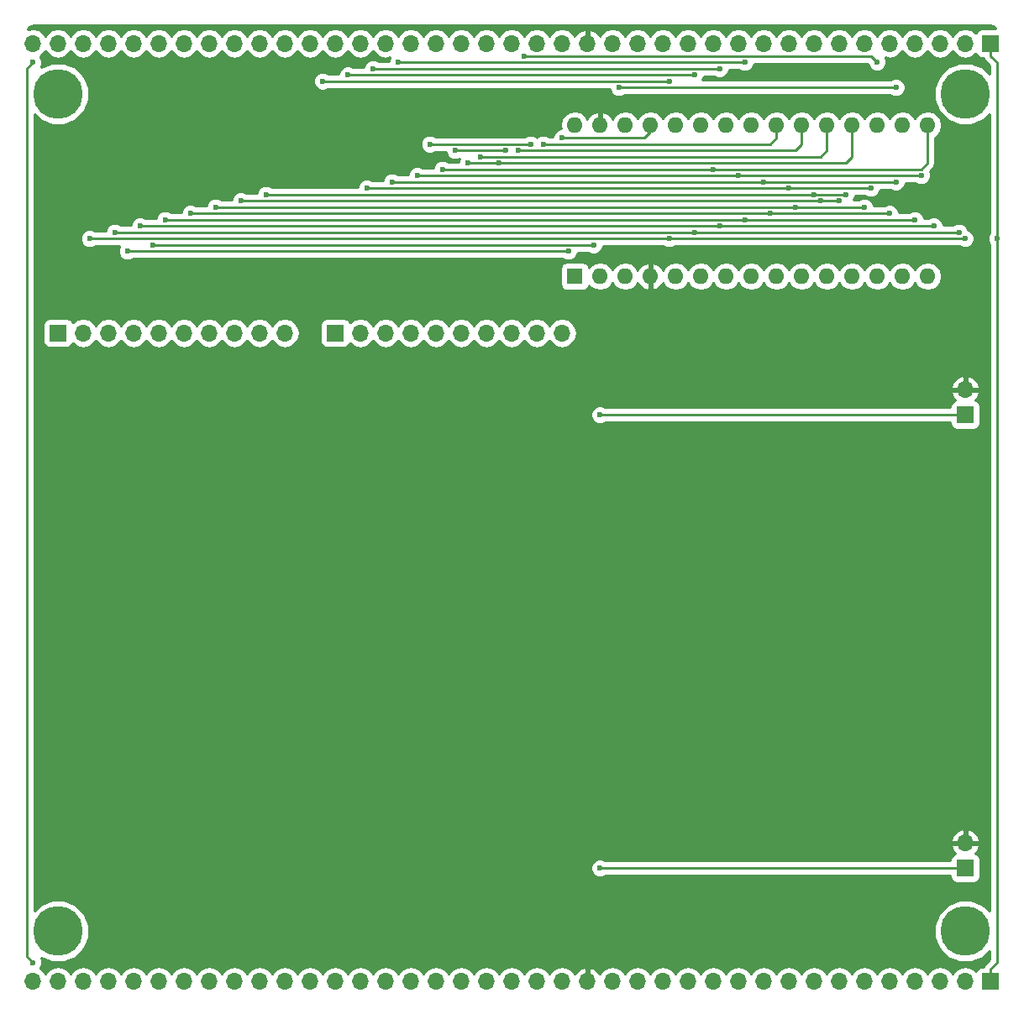
<source format=gbl>
G04 #@! TF.FileFunction,Copper,L2,Bot,Signal*
%FSLAX46Y46*%
G04 Gerber Fmt 4.6, Leading zero omitted, Abs format (unit mm)*
G04 Created by KiCad (PCBNEW 4.0.7) date 01/10/20 21:54:51*
%MOMM*%
%LPD*%
G01*
G04 APERTURE LIST*
%ADD10C,0.100000*%
%ADD11R,1.700000X1.700000*%
%ADD12O,1.700000X1.700000*%
%ADD13C,5.000000*%
%ADD14R,1.600000X1.600000*%
%ADD15O,1.600000X1.600000*%
%ADD16C,0.600000*%
%ADD17C,0.250000*%
%ADD18C,0.254000*%
G04 APERTURE END LIST*
D10*
D11*
X198120000Y-145415000D03*
D12*
X195580000Y-145415000D03*
X193040000Y-145415000D03*
X190500000Y-145415000D03*
X187960000Y-145415000D03*
X185420000Y-145415000D03*
X182880000Y-145415000D03*
X180340000Y-145415000D03*
X177800000Y-145415000D03*
X175260000Y-145415000D03*
X172720000Y-145415000D03*
X170180000Y-145415000D03*
X167640000Y-145415000D03*
X165100000Y-145415000D03*
X162560000Y-145415000D03*
X160020000Y-145415000D03*
X157480000Y-145415000D03*
X154940000Y-145415000D03*
X152400000Y-145415000D03*
X149860000Y-145415000D03*
X147320000Y-145415000D03*
X144780000Y-145415000D03*
X142240000Y-145415000D03*
X139700000Y-145415000D03*
X137160000Y-145415000D03*
X134620000Y-145415000D03*
X132080000Y-145415000D03*
X129540000Y-145415000D03*
X127000000Y-145415000D03*
X124460000Y-145415000D03*
X121920000Y-145415000D03*
X119380000Y-145415000D03*
X116840000Y-145415000D03*
X114300000Y-145415000D03*
X111760000Y-145415000D03*
X109220000Y-145415000D03*
X106680000Y-145415000D03*
X104140000Y-145415000D03*
X101600000Y-145415000D03*
D13*
X104140000Y-140335000D03*
X195580000Y-140335000D03*
X195580000Y-55880000D03*
X104140000Y-55880000D03*
D11*
X198120000Y-50800000D03*
D12*
X195580000Y-50800000D03*
X193040000Y-50800000D03*
X190500000Y-50800000D03*
X187960000Y-50800000D03*
X185420000Y-50800000D03*
X182880000Y-50800000D03*
X180340000Y-50800000D03*
X177800000Y-50800000D03*
X175260000Y-50800000D03*
X172720000Y-50800000D03*
X170180000Y-50800000D03*
X167640000Y-50800000D03*
X165100000Y-50800000D03*
X162560000Y-50800000D03*
X160020000Y-50800000D03*
X157480000Y-50800000D03*
X154940000Y-50800000D03*
X152400000Y-50800000D03*
X149860000Y-50800000D03*
X147320000Y-50800000D03*
X144780000Y-50800000D03*
X142240000Y-50800000D03*
X139700000Y-50800000D03*
X137160000Y-50800000D03*
X134620000Y-50800000D03*
X132080000Y-50800000D03*
X129540000Y-50800000D03*
X127000000Y-50800000D03*
X124460000Y-50800000D03*
X121920000Y-50800000D03*
X119380000Y-50800000D03*
X116840000Y-50800000D03*
X114300000Y-50800000D03*
X111760000Y-50800000D03*
X109220000Y-50800000D03*
X106680000Y-50800000D03*
X104140000Y-50800000D03*
X101600000Y-50800000D03*
D11*
X104140000Y-80010000D03*
D12*
X106680000Y-80010000D03*
X109220000Y-80010000D03*
X111760000Y-80010000D03*
X114300000Y-80010000D03*
X116840000Y-80010000D03*
X119380000Y-80010000D03*
X121920000Y-80010000D03*
X124460000Y-80010000D03*
X127000000Y-80010000D03*
D11*
X132080000Y-80010000D03*
D12*
X134620000Y-80010000D03*
X137160000Y-80010000D03*
X139700000Y-80010000D03*
X142240000Y-80010000D03*
X144780000Y-80010000D03*
X147320000Y-80010000D03*
X149860000Y-80010000D03*
X152400000Y-80010000D03*
X154940000Y-80010000D03*
D11*
X195580000Y-133985000D03*
D12*
X195580000Y-131445000D03*
D11*
X195580000Y-88265000D03*
D12*
X195580000Y-85725000D03*
D14*
X156210000Y-74295000D03*
D15*
X189230000Y-59055000D03*
X158750000Y-74295000D03*
X186690000Y-59055000D03*
X161290000Y-74295000D03*
X184150000Y-59055000D03*
X163830000Y-74295000D03*
X181610000Y-59055000D03*
X166370000Y-74295000D03*
X179070000Y-59055000D03*
X168910000Y-74295000D03*
X176530000Y-59055000D03*
X171450000Y-74295000D03*
X173990000Y-59055000D03*
X173990000Y-74295000D03*
X171450000Y-59055000D03*
X176530000Y-74295000D03*
X168910000Y-59055000D03*
X179070000Y-74295000D03*
X166370000Y-59055000D03*
X181610000Y-74295000D03*
X163830000Y-59055000D03*
X184150000Y-74295000D03*
X161290000Y-59055000D03*
X186690000Y-74295000D03*
X158750000Y-59055000D03*
X189230000Y-74295000D03*
X156210000Y-59055000D03*
X191770000Y-74295000D03*
X191770000Y-59055000D03*
D16*
X154940000Y-60325000D03*
X158750000Y-133985000D03*
X158750000Y-88265000D03*
X165735000Y-54610000D03*
X130810000Y-54610000D03*
X168275000Y-53975000D03*
X133350000Y-53975000D03*
X170815000Y-53340000D03*
X135890000Y-53340000D03*
X138430000Y-52705000D03*
X173355000Y-52705000D03*
X141605000Y-60960000D03*
X151765000Y-60960000D03*
X153035000Y-60960000D03*
X144145000Y-61595000D03*
X149225000Y-61595000D03*
X150495000Y-61595000D03*
X146685000Y-62230000D03*
X145415000Y-62865000D03*
X148590000Y-62865000D03*
X195580000Y-70485000D03*
X198755000Y-70485000D03*
X107315000Y-70485000D03*
X165735000Y-70485000D03*
X194945000Y-69850000D03*
X168275000Y-69850000D03*
X109855000Y-69850000D03*
X170815000Y-69215000D03*
X192405000Y-69215000D03*
X112395000Y-69215000D03*
X114935000Y-68580000D03*
X190500000Y-68580000D03*
X173355000Y-68580000D03*
X175895000Y-67945000D03*
X117475000Y-67945000D03*
X187960000Y-67945000D03*
X178435000Y-67310000D03*
X120015000Y-67310000D03*
X185420000Y-67310000D03*
X111125000Y-71755000D03*
X155575000Y-71755000D03*
X113665000Y-71120000D03*
X158115000Y-71120000D03*
X151130000Y-52070000D03*
X186690000Y-52705000D03*
X180975000Y-66675000D03*
X122555000Y-66675000D03*
X182880000Y-66675000D03*
X183515000Y-66040000D03*
X125095000Y-66040000D03*
X180340000Y-66040000D03*
X186055000Y-65405000D03*
X135255000Y-65405000D03*
X177800000Y-65405000D03*
X188595000Y-64770000D03*
X137795000Y-64770000D03*
X175260000Y-64770000D03*
X191135000Y-64135000D03*
X140335000Y-64135000D03*
X172720000Y-64135000D03*
X142875000Y-63500000D03*
X170180000Y-63500000D03*
X101600000Y-143510000D03*
X101600000Y-52705000D03*
X188595000Y-55245000D03*
X160655000Y-55245000D03*
D17*
X163830000Y-59055000D02*
X163830000Y-59690000D01*
X163830000Y-59690000D02*
X163195000Y-60325000D01*
X163195000Y-60325000D02*
X154940000Y-60325000D01*
X195580000Y-88265000D02*
X158750000Y-88265000D01*
X158750000Y-133985000D02*
X195580000Y-133985000D01*
X130810000Y-54610000D02*
X159385000Y-54610000D01*
X165735000Y-54610000D02*
X159385000Y-54610000D01*
X133350000Y-53975000D02*
X159385000Y-53975000D01*
X168275000Y-53975000D02*
X159385000Y-53975000D01*
X135890000Y-53340000D02*
X159385000Y-53340000D01*
X170815000Y-53340000D02*
X159385000Y-53340000D01*
X173355000Y-52705000D02*
X138430000Y-52705000D01*
X151765000Y-60960000D02*
X141605000Y-60960000D01*
X176530000Y-59055000D02*
X176530000Y-60325000D01*
X175895000Y-60960000D02*
X176530000Y-60325000D01*
X153035000Y-60960000D02*
X175895000Y-60960000D01*
X149225000Y-61595000D02*
X144145000Y-61595000D01*
X150495000Y-61595000D02*
X178435000Y-61595000D01*
X178435000Y-61595000D02*
X179070000Y-60960000D01*
X179070000Y-60960000D02*
X179070000Y-59055000D01*
X181610000Y-61595000D02*
X181610000Y-59055000D01*
X180975000Y-62230000D02*
X181610000Y-61595000D01*
X146685000Y-62230000D02*
X180975000Y-62230000D01*
X148590000Y-62865000D02*
X183515000Y-62865000D01*
X184150000Y-62230000D02*
X184150000Y-59055000D01*
X183515000Y-62865000D02*
X184150000Y-62230000D01*
X145415000Y-62865000D02*
X148590000Y-62865000D01*
X195580000Y-70485000D02*
X165735000Y-70485000D01*
X198755000Y-143510000D02*
X198120000Y-144145000D01*
X198120000Y-144145000D02*
X198120000Y-145415000D01*
X198755000Y-52705000D02*
X198120000Y-52070000D01*
X198120000Y-50800000D02*
X198120000Y-52070000D01*
X198755000Y-66040000D02*
X198755000Y-70485000D01*
X198755000Y-70485000D02*
X198755000Y-143510000D01*
X198755000Y-52705000D02*
X198755000Y-66040000D01*
X107315000Y-70485000D02*
X165735000Y-70485000D01*
X198120000Y-50800000D02*
X198120000Y-51435000D01*
X168275000Y-69850000D02*
X194945000Y-69850000D01*
X168275000Y-69850000D02*
X160655000Y-69850000D01*
X160655000Y-69850000D02*
X109855000Y-69850000D01*
X130175000Y-69215000D02*
X170815000Y-69215000D01*
X170815000Y-69215000D02*
X192405000Y-69215000D01*
X112395000Y-69215000D02*
X130175000Y-69215000D01*
X173355000Y-68580000D02*
X114935000Y-68580000D01*
X173355000Y-68580000D02*
X190500000Y-68580000D01*
X187960000Y-67945000D02*
X175895000Y-67945000D01*
X175895000Y-67945000D02*
X131445000Y-67945000D01*
X117475000Y-67945000D02*
X131445000Y-67945000D01*
X120015000Y-67310000D02*
X178435000Y-67310000D01*
X178435000Y-67310000D02*
X185420000Y-67310000D01*
X155575000Y-71755000D02*
X111125000Y-71755000D01*
X158115000Y-71120000D02*
X113665000Y-71120000D01*
X186055000Y-52070000D02*
X186690000Y-52705000D01*
X186055000Y-52070000D02*
X151130000Y-52070000D01*
X122555000Y-66675000D02*
X152400000Y-66675000D01*
X152400000Y-66675000D02*
X180975000Y-66675000D01*
X180975000Y-66675000D02*
X182880000Y-66675000D01*
X180340000Y-66040000D02*
X183515000Y-66040000D01*
X125095000Y-66040000D02*
X180340000Y-66040000D01*
X177800000Y-65405000D02*
X186055000Y-65405000D01*
X135255000Y-65405000D02*
X177800000Y-65405000D01*
X175260000Y-64770000D02*
X188595000Y-64770000D01*
X137795000Y-64770000D02*
X175260000Y-64770000D01*
X172720000Y-64135000D02*
X191135000Y-64135000D01*
X140335000Y-64135000D02*
X172720000Y-64135000D01*
X170180000Y-63500000D02*
X191135000Y-63500000D01*
X191770000Y-62865000D02*
X191770000Y-59055000D01*
X191135000Y-63500000D02*
X191770000Y-62865000D01*
X142875000Y-63500000D02*
X170180000Y-63500000D01*
X100965000Y-138430000D02*
X100965000Y-142240000D01*
X101600000Y-143510000D02*
X100965000Y-142875000D01*
X100965000Y-142875000D02*
X100965000Y-142240000D01*
X100965000Y-138430000D02*
X100965000Y-137795000D01*
X100965000Y-62865000D02*
X100965000Y-137795000D01*
X100965000Y-58420000D02*
X100965000Y-61595000D01*
X100965000Y-57785000D02*
X100965000Y-58420000D01*
X100965000Y-53340000D02*
X100965000Y-57785000D01*
X101600000Y-52705000D02*
X100965000Y-53340000D01*
X100965000Y-61595000D02*
X100965000Y-62865000D01*
X160655000Y-55245000D02*
X188595000Y-55245000D01*
D18*
G36*
X194529946Y-51879147D02*
X195011715Y-52201054D01*
X195580000Y-52314093D01*
X196148285Y-52201054D01*
X196630054Y-51879147D01*
X196657850Y-51837548D01*
X196666838Y-51885317D01*
X196805910Y-52101441D01*
X197018110Y-52246431D01*
X197270000Y-52297440D01*
X197405241Y-52297440D01*
X197417852Y-52360839D01*
X197582599Y-52607401D01*
X197995000Y-53019802D01*
X197995000Y-53861785D01*
X197358153Y-53223826D01*
X196206326Y-52745546D01*
X194959146Y-52744457D01*
X193806485Y-53220727D01*
X192923826Y-54101847D01*
X192445546Y-55253674D01*
X192444457Y-56500854D01*
X192920727Y-57653515D01*
X193801847Y-58536174D01*
X194953674Y-59014454D01*
X196200854Y-59015543D01*
X197353515Y-58539273D01*
X197995000Y-57898906D01*
X197995000Y-69922537D01*
X197962808Y-69954673D01*
X197820162Y-70298201D01*
X197819838Y-70670167D01*
X197961883Y-71013943D01*
X197995000Y-71047118D01*
X197995000Y-138316785D01*
X197358153Y-137678826D01*
X196206326Y-137200546D01*
X194959146Y-137199457D01*
X193806485Y-137675727D01*
X192923826Y-138556847D01*
X192445546Y-139708674D01*
X192444457Y-140955854D01*
X192920727Y-142108515D01*
X193801847Y-142991174D01*
X194953674Y-143469454D01*
X196200854Y-143470543D01*
X197353515Y-142994273D01*
X197995000Y-142353906D01*
X197995000Y-143195198D01*
X197582599Y-143607599D01*
X197417852Y-143854161D01*
X197405241Y-143917560D01*
X197270000Y-143917560D01*
X197034683Y-143961838D01*
X196818559Y-144100910D01*
X196673569Y-144313110D01*
X196659914Y-144380541D01*
X196630054Y-144335853D01*
X196148285Y-144013946D01*
X195580000Y-143900907D01*
X195011715Y-144013946D01*
X194529946Y-144335853D01*
X194310000Y-144665026D01*
X194090054Y-144335853D01*
X193608285Y-144013946D01*
X193040000Y-143900907D01*
X192471715Y-144013946D01*
X191989946Y-144335853D01*
X191770000Y-144665026D01*
X191550054Y-144335853D01*
X191068285Y-144013946D01*
X190500000Y-143900907D01*
X189931715Y-144013946D01*
X189449946Y-144335853D01*
X189230000Y-144665026D01*
X189010054Y-144335853D01*
X188528285Y-144013946D01*
X187960000Y-143900907D01*
X187391715Y-144013946D01*
X186909946Y-144335853D01*
X186690000Y-144665026D01*
X186470054Y-144335853D01*
X185988285Y-144013946D01*
X185420000Y-143900907D01*
X184851715Y-144013946D01*
X184369946Y-144335853D01*
X184150000Y-144665026D01*
X183930054Y-144335853D01*
X183448285Y-144013946D01*
X182880000Y-143900907D01*
X182311715Y-144013946D01*
X181829946Y-144335853D01*
X181610000Y-144665026D01*
X181390054Y-144335853D01*
X180908285Y-144013946D01*
X180340000Y-143900907D01*
X179771715Y-144013946D01*
X179289946Y-144335853D01*
X179070000Y-144665026D01*
X178850054Y-144335853D01*
X178368285Y-144013946D01*
X177800000Y-143900907D01*
X177231715Y-144013946D01*
X176749946Y-144335853D01*
X176530000Y-144665026D01*
X176310054Y-144335853D01*
X175828285Y-144013946D01*
X175260000Y-143900907D01*
X174691715Y-144013946D01*
X174209946Y-144335853D01*
X173990000Y-144665026D01*
X173770054Y-144335853D01*
X173288285Y-144013946D01*
X172720000Y-143900907D01*
X172151715Y-144013946D01*
X171669946Y-144335853D01*
X171450000Y-144665026D01*
X171230054Y-144335853D01*
X170748285Y-144013946D01*
X170180000Y-143900907D01*
X169611715Y-144013946D01*
X169129946Y-144335853D01*
X168910000Y-144665026D01*
X168690054Y-144335853D01*
X168208285Y-144013946D01*
X167640000Y-143900907D01*
X167071715Y-144013946D01*
X166589946Y-144335853D01*
X166370000Y-144665026D01*
X166150054Y-144335853D01*
X165668285Y-144013946D01*
X165100000Y-143900907D01*
X164531715Y-144013946D01*
X164049946Y-144335853D01*
X163830000Y-144665026D01*
X163610054Y-144335853D01*
X163128285Y-144013946D01*
X162560000Y-143900907D01*
X161991715Y-144013946D01*
X161509946Y-144335853D01*
X161290000Y-144665026D01*
X161070054Y-144335853D01*
X160588285Y-144013946D01*
X160020000Y-143900907D01*
X159451715Y-144013946D01*
X158969946Y-144335853D01*
X158742298Y-144676553D01*
X158675183Y-144533642D01*
X158246924Y-144143355D01*
X157836890Y-143973524D01*
X157607000Y-144094845D01*
X157607000Y-145288000D01*
X157627000Y-145288000D01*
X157627000Y-145542000D01*
X157607000Y-145542000D01*
X157607000Y-145562000D01*
X157353000Y-145562000D01*
X157353000Y-145542000D01*
X157333000Y-145542000D01*
X157333000Y-145288000D01*
X157353000Y-145288000D01*
X157353000Y-144094845D01*
X157123110Y-143973524D01*
X156713076Y-144143355D01*
X156284817Y-144533642D01*
X156217702Y-144676553D01*
X155990054Y-144335853D01*
X155508285Y-144013946D01*
X154940000Y-143900907D01*
X154371715Y-144013946D01*
X153889946Y-144335853D01*
X153670000Y-144665026D01*
X153450054Y-144335853D01*
X152968285Y-144013946D01*
X152400000Y-143900907D01*
X151831715Y-144013946D01*
X151349946Y-144335853D01*
X151130000Y-144665026D01*
X150910054Y-144335853D01*
X150428285Y-144013946D01*
X149860000Y-143900907D01*
X149291715Y-144013946D01*
X148809946Y-144335853D01*
X148590000Y-144665026D01*
X148370054Y-144335853D01*
X147888285Y-144013946D01*
X147320000Y-143900907D01*
X146751715Y-144013946D01*
X146269946Y-144335853D01*
X146050000Y-144665026D01*
X145830054Y-144335853D01*
X145348285Y-144013946D01*
X144780000Y-143900907D01*
X144211715Y-144013946D01*
X143729946Y-144335853D01*
X143510000Y-144665026D01*
X143290054Y-144335853D01*
X142808285Y-144013946D01*
X142240000Y-143900907D01*
X141671715Y-144013946D01*
X141189946Y-144335853D01*
X140970000Y-144665026D01*
X140750054Y-144335853D01*
X140268285Y-144013946D01*
X139700000Y-143900907D01*
X139131715Y-144013946D01*
X138649946Y-144335853D01*
X138430000Y-144665026D01*
X138210054Y-144335853D01*
X137728285Y-144013946D01*
X137160000Y-143900907D01*
X136591715Y-144013946D01*
X136109946Y-144335853D01*
X135890000Y-144665026D01*
X135670054Y-144335853D01*
X135188285Y-144013946D01*
X134620000Y-143900907D01*
X134051715Y-144013946D01*
X133569946Y-144335853D01*
X133350000Y-144665026D01*
X133130054Y-144335853D01*
X132648285Y-144013946D01*
X132080000Y-143900907D01*
X131511715Y-144013946D01*
X131029946Y-144335853D01*
X130810000Y-144665026D01*
X130590054Y-144335853D01*
X130108285Y-144013946D01*
X129540000Y-143900907D01*
X128971715Y-144013946D01*
X128489946Y-144335853D01*
X128270000Y-144665026D01*
X128050054Y-144335853D01*
X127568285Y-144013946D01*
X127000000Y-143900907D01*
X126431715Y-144013946D01*
X125949946Y-144335853D01*
X125730000Y-144665026D01*
X125510054Y-144335853D01*
X125028285Y-144013946D01*
X124460000Y-143900907D01*
X123891715Y-144013946D01*
X123409946Y-144335853D01*
X123190000Y-144665026D01*
X122970054Y-144335853D01*
X122488285Y-144013946D01*
X121920000Y-143900907D01*
X121351715Y-144013946D01*
X120869946Y-144335853D01*
X120650000Y-144665026D01*
X120430054Y-144335853D01*
X119948285Y-144013946D01*
X119380000Y-143900907D01*
X118811715Y-144013946D01*
X118329946Y-144335853D01*
X118110000Y-144665026D01*
X117890054Y-144335853D01*
X117408285Y-144013946D01*
X116840000Y-143900907D01*
X116271715Y-144013946D01*
X115789946Y-144335853D01*
X115570000Y-144665026D01*
X115350054Y-144335853D01*
X114868285Y-144013946D01*
X114300000Y-143900907D01*
X113731715Y-144013946D01*
X113249946Y-144335853D01*
X113030000Y-144665026D01*
X112810054Y-144335853D01*
X112328285Y-144013946D01*
X111760000Y-143900907D01*
X111191715Y-144013946D01*
X110709946Y-144335853D01*
X110490000Y-144665026D01*
X110270054Y-144335853D01*
X109788285Y-144013946D01*
X109220000Y-143900907D01*
X108651715Y-144013946D01*
X108169946Y-144335853D01*
X107950000Y-144665026D01*
X107730054Y-144335853D01*
X107248285Y-144013946D01*
X106680000Y-143900907D01*
X106111715Y-144013946D01*
X105629946Y-144335853D01*
X105410000Y-144665026D01*
X105190054Y-144335853D01*
X104708285Y-144013946D01*
X104140000Y-143900907D01*
X103571715Y-144013946D01*
X103089946Y-144335853D01*
X102870000Y-144665026D01*
X102650054Y-144335853D01*
X102318245Y-144114146D01*
X102392192Y-144040327D01*
X102534838Y-143696799D01*
X102535162Y-143324833D01*
X102404639Y-143008943D01*
X103513674Y-143469454D01*
X104760854Y-143470543D01*
X105913515Y-142994273D01*
X106796174Y-142113153D01*
X107274454Y-140961326D01*
X107275543Y-139714146D01*
X106799273Y-138561485D01*
X105918153Y-137678826D01*
X104766326Y-137200546D01*
X103519146Y-137199457D01*
X102366485Y-137675727D01*
X101725000Y-138316094D01*
X101725000Y-134170167D01*
X157814838Y-134170167D01*
X157956883Y-134513943D01*
X158219673Y-134777192D01*
X158563201Y-134919838D01*
X158935167Y-134920162D01*
X159278943Y-134778117D01*
X159312118Y-134745000D01*
X194082560Y-134745000D01*
X194082560Y-134835000D01*
X194126838Y-135070317D01*
X194265910Y-135286441D01*
X194478110Y-135431431D01*
X194730000Y-135482440D01*
X196430000Y-135482440D01*
X196665317Y-135438162D01*
X196881441Y-135299090D01*
X197026431Y-135086890D01*
X197077440Y-134835000D01*
X197077440Y-133135000D01*
X197033162Y-132899683D01*
X196894090Y-132683559D01*
X196681890Y-132538569D01*
X196573893Y-132516699D01*
X196851645Y-132211924D01*
X197021476Y-131801890D01*
X196900155Y-131572000D01*
X195707000Y-131572000D01*
X195707000Y-131592000D01*
X195453000Y-131592000D01*
X195453000Y-131572000D01*
X194259845Y-131572000D01*
X194138524Y-131801890D01*
X194308355Y-132211924D01*
X194584501Y-132514937D01*
X194494683Y-132531838D01*
X194278559Y-132670910D01*
X194133569Y-132883110D01*
X194082560Y-133135000D01*
X194082560Y-133225000D01*
X159312463Y-133225000D01*
X159280327Y-133192808D01*
X158936799Y-133050162D01*
X158564833Y-133049838D01*
X158221057Y-133191883D01*
X157957808Y-133454673D01*
X157815162Y-133798201D01*
X157814838Y-134170167D01*
X101725000Y-134170167D01*
X101725000Y-131088110D01*
X194138524Y-131088110D01*
X194259845Y-131318000D01*
X195453000Y-131318000D01*
X195453000Y-130124181D01*
X195707000Y-130124181D01*
X195707000Y-131318000D01*
X196900155Y-131318000D01*
X197021476Y-131088110D01*
X196851645Y-130678076D01*
X196461358Y-130249817D01*
X195936892Y-130003514D01*
X195707000Y-130124181D01*
X195453000Y-130124181D01*
X195223108Y-130003514D01*
X194698642Y-130249817D01*
X194308355Y-130678076D01*
X194138524Y-131088110D01*
X101725000Y-131088110D01*
X101725000Y-88450167D01*
X157814838Y-88450167D01*
X157956883Y-88793943D01*
X158219673Y-89057192D01*
X158563201Y-89199838D01*
X158935167Y-89200162D01*
X159278943Y-89058117D01*
X159312118Y-89025000D01*
X194082560Y-89025000D01*
X194082560Y-89115000D01*
X194126838Y-89350317D01*
X194265910Y-89566441D01*
X194478110Y-89711431D01*
X194730000Y-89762440D01*
X196430000Y-89762440D01*
X196665317Y-89718162D01*
X196881441Y-89579090D01*
X197026431Y-89366890D01*
X197077440Y-89115000D01*
X197077440Y-87415000D01*
X197033162Y-87179683D01*
X196894090Y-86963559D01*
X196681890Y-86818569D01*
X196573893Y-86796699D01*
X196851645Y-86491924D01*
X197021476Y-86081890D01*
X196900155Y-85852000D01*
X195707000Y-85852000D01*
X195707000Y-85872000D01*
X195453000Y-85872000D01*
X195453000Y-85852000D01*
X194259845Y-85852000D01*
X194138524Y-86081890D01*
X194308355Y-86491924D01*
X194584501Y-86794937D01*
X194494683Y-86811838D01*
X194278559Y-86950910D01*
X194133569Y-87163110D01*
X194082560Y-87415000D01*
X194082560Y-87505000D01*
X159312463Y-87505000D01*
X159280327Y-87472808D01*
X158936799Y-87330162D01*
X158564833Y-87329838D01*
X158221057Y-87471883D01*
X157957808Y-87734673D01*
X157815162Y-88078201D01*
X157814838Y-88450167D01*
X101725000Y-88450167D01*
X101725000Y-85368110D01*
X194138524Y-85368110D01*
X194259845Y-85598000D01*
X195453000Y-85598000D01*
X195453000Y-84404181D01*
X195707000Y-84404181D01*
X195707000Y-85598000D01*
X196900155Y-85598000D01*
X197021476Y-85368110D01*
X196851645Y-84958076D01*
X196461358Y-84529817D01*
X195936892Y-84283514D01*
X195707000Y-84404181D01*
X195453000Y-84404181D01*
X195223108Y-84283514D01*
X194698642Y-84529817D01*
X194308355Y-84958076D01*
X194138524Y-85368110D01*
X101725000Y-85368110D01*
X101725000Y-79160000D01*
X102642560Y-79160000D01*
X102642560Y-80860000D01*
X102686838Y-81095317D01*
X102825910Y-81311441D01*
X103038110Y-81456431D01*
X103290000Y-81507440D01*
X104990000Y-81507440D01*
X105225317Y-81463162D01*
X105441441Y-81324090D01*
X105586431Y-81111890D01*
X105600086Y-81044459D01*
X105629946Y-81089147D01*
X106111715Y-81411054D01*
X106680000Y-81524093D01*
X107248285Y-81411054D01*
X107730054Y-81089147D01*
X107950000Y-80759974D01*
X108169946Y-81089147D01*
X108651715Y-81411054D01*
X109220000Y-81524093D01*
X109788285Y-81411054D01*
X110270054Y-81089147D01*
X110490000Y-80759974D01*
X110709946Y-81089147D01*
X111191715Y-81411054D01*
X111760000Y-81524093D01*
X112328285Y-81411054D01*
X112810054Y-81089147D01*
X113030000Y-80759974D01*
X113249946Y-81089147D01*
X113731715Y-81411054D01*
X114300000Y-81524093D01*
X114868285Y-81411054D01*
X115350054Y-81089147D01*
X115570000Y-80759974D01*
X115789946Y-81089147D01*
X116271715Y-81411054D01*
X116840000Y-81524093D01*
X117408285Y-81411054D01*
X117890054Y-81089147D01*
X118110000Y-80759974D01*
X118329946Y-81089147D01*
X118811715Y-81411054D01*
X119380000Y-81524093D01*
X119948285Y-81411054D01*
X120430054Y-81089147D01*
X120650000Y-80759974D01*
X120869946Y-81089147D01*
X121351715Y-81411054D01*
X121920000Y-81524093D01*
X122488285Y-81411054D01*
X122970054Y-81089147D01*
X123190000Y-80759974D01*
X123409946Y-81089147D01*
X123891715Y-81411054D01*
X124460000Y-81524093D01*
X125028285Y-81411054D01*
X125510054Y-81089147D01*
X125730000Y-80759974D01*
X125949946Y-81089147D01*
X126431715Y-81411054D01*
X127000000Y-81524093D01*
X127568285Y-81411054D01*
X128050054Y-81089147D01*
X128371961Y-80607378D01*
X128485000Y-80039093D01*
X128485000Y-79980907D01*
X128371961Y-79412622D01*
X128203165Y-79160000D01*
X130582560Y-79160000D01*
X130582560Y-80860000D01*
X130626838Y-81095317D01*
X130765910Y-81311441D01*
X130978110Y-81456431D01*
X131230000Y-81507440D01*
X132930000Y-81507440D01*
X133165317Y-81463162D01*
X133381441Y-81324090D01*
X133526431Y-81111890D01*
X133540086Y-81044459D01*
X133569946Y-81089147D01*
X134051715Y-81411054D01*
X134620000Y-81524093D01*
X135188285Y-81411054D01*
X135670054Y-81089147D01*
X135890000Y-80759974D01*
X136109946Y-81089147D01*
X136591715Y-81411054D01*
X137160000Y-81524093D01*
X137728285Y-81411054D01*
X138210054Y-81089147D01*
X138430000Y-80759974D01*
X138649946Y-81089147D01*
X139131715Y-81411054D01*
X139700000Y-81524093D01*
X140268285Y-81411054D01*
X140750054Y-81089147D01*
X140970000Y-80759974D01*
X141189946Y-81089147D01*
X141671715Y-81411054D01*
X142240000Y-81524093D01*
X142808285Y-81411054D01*
X143290054Y-81089147D01*
X143510000Y-80759974D01*
X143729946Y-81089147D01*
X144211715Y-81411054D01*
X144780000Y-81524093D01*
X145348285Y-81411054D01*
X145830054Y-81089147D01*
X146050000Y-80759974D01*
X146269946Y-81089147D01*
X146751715Y-81411054D01*
X147320000Y-81524093D01*
X147888285Y-81411054D01*
X148370054Y-81089147D01*
X148590000Y-80759974D01*
X148809946Y-81089147D01*
X149291715Y-81411054D01*
X149860000Y-81524093D01*
X150428285Y-81411054D01*
X150910054Y-81089147D01*
X151130000Y-80759974D01*
X151349946Y-81089147D01*
X151831715Y-81411054D01*
X152400000Y-81524093D01*
X152968285Y-81411054D01*
X153450054Y-81089147D01*
X153670000Y-80759974D01*
X153889946Y-81089147D01*
X154371715Y-81411054D01*
X154940000Y-81524093D01*
X155508285Y-81411054D01*
X155990054Y-81089147D01*
X156311961Y-80607378D01*
X156425000Y-80039093D01*
X156425000Y-79980907D01*
X156311961Y-79412622D01*
X155990054Y-78930853D01*
X155508285Y-78608946D01*
X154940000Y-78495907D01*
X154371715Y-78608946D01*
X153889946Y-78930853D01*
X153670000Y-79260026D01*
X153450054Y-78930853D01*
X152968285Y-78608946D01*
X152400000Y-78495907D01*
X151831715Y-78608946D01*
X151349946Y-78930853D01*
X151130000Y-79260026D01*
X150910054Y-78930853D01*
X150428285Y-78608946D01*
X149860000Y-78495907D01*
X149291715Y-78608946D01*
X148809946Y-78930853D01*
X148590000Y-79260026D01*
X148370054Y-78930853D01*
X147888285Y-78608946D01*
X147320000Y-78495907D01*
X146751715Y-78608946D01*
X146269946Y-78930853D01*
X146050000Y-79260026D01*
X145830054Y-78930853D01*
X145348285Y-78608946D01*
X144780000Y-78495907D01*
X144211715Y-78608946D01*
X143729946Y-78930853D01*
X143510000Y-79260026D01*
X143290054Y-78930853D01*
X142808285Y-78608946D01*
X142240000Y-78495907D01*
X141671715Y-78608946D01*
X141189946Y-78930853D01*
X140970000Y-79260026D01*
X140750054Y-78930853D01*
X140268285Y-78608946D01*
X139700000Y-78495907D01*
X139131715Y-78608946D01*
X138649946Y-78930853D01*
X138430000Y-79260026D01*
X138210054Y-78930853D01*
X137728285Y-78608946D01*
X137160000Y-78495907D01*
X136591715Y-78608946D01*
X136109946Y-78930853D01*
X135890000Y-79260026D01*
X135670054Y-78930853D01*
X135188285Y-78608946D01*
X134620000Y-78495907D01*
X134051715Y-78608946D01*
X133569946Y-78930853D01*
X133542150Y-78972452D01*
X133533162Y-78924683D01*
X133394090Y-78708559D01*
X133181890Y-78563569D01*
X132930000Y-78512560D01*
X131230000Y-78512560D01*
X130994683Y-78556838D01*
X130778559Y-78695910D01*
X130633569Y-78908110D01*
X130582560Y-79160000D01*
X128203165Y-79160000D01*
X128050054Y-78930853D01*
X127568285Y-78608946D01*
X127000000Y-78495907D01*
X126431715Y-78608946D01*
X125949946Y-78930853D01*
X125730000Y-79260026D01*
X125510054Y-78930853D01*
X125028285Y-78608946D01*
X124460000Y-78495907D01*
X123891715Y-78608946D01*
X123409946Y-78930853D01*
X123190000Y-79260026D01*
X122970054Y-78930853D01*
X122488285Y-78608946D01*
X121920000Y-78495907D01*
X121351715Y-78608946D01*
X120869946Y-78930853D01*
X120650000Y-79260026D01*
X120430054Y-78930853D01*
X119948285Y-78608946D01*
X119380000Y-78495907D01*
X118811715Y-78608946D01*
X118329946Y-78930853D01*
X118110000Y-79260026D01*
X117890054Y-78930853D01*
X117408285Y-78608946D01*
X116840000Y-78495907D01*
X116271715Y-78608946D01*
X115789946Y-78930853D01*
X115570000Y-79260026D01*
X115350054Y-78930853D01*
X114868285Y-78608946D01*
X114300000Y-78495907D01*
X113731715Y-78608946D01*
X113249946Y-78930853D01*
X113030000Y-79260026D01*
X112810054Y-78930853D01*
X112328285Y-78608946D01*
X111760000Y-78495907D01*
X111191715Y-78608946D01*
X110709946Y-78930853D01*
X110490000Y-79260026D01*
X110270054Y-78930853D01*
X109788285Y-78608946D01*
X109220000Y-78495907D01*
X108651715Y-78608946D01*
X108169946Y-78930853D01*
X107950000Y-79260026D01*
X107730054Y-78930853D01*
X107248285Y-78608946D01*
X106680000Y-78495907D01*
X106111715Y-78608946D01*
X105629946Y-78930853D01*
X105602150Y-78972452D01*
X105593162Y-78924683D01*
X105454090Y-78708559D01*
X105241890Y-78563569D01*
X104990000Y-78512560D01*
X103290000Y-78512560D01*
X103054683Y-78556838D01*
X102838559Y-78695910D01*
X102693569Y-78908110D01*
X102642560Y-79160000D01*
X101725000Y-79160000D01*
X101725000Y-73495000D01*
X154762560Y-73495000D01*
X154762560Y-75095000D01*
X154806838Y-75330317D01*
X154945910Y-75546441D01*
X155158110Y-75691431D01*
X155410000Y-75742440D01*
X157010000Y-75742440D01*
X157245317Y-75698162D01*
X157461441Y-75559090D01*
X157606431Y-75346890D01*
X157637815Y-75191911D01*
X157735302Y-75337811D01*
X158200849Y-75648880D01*
X158750000Y-75758113D01*
X159299151Y-75648880D01*
X159764698Y-75337811D01*
X160020000Y-74955725D01*
X160275302Y-75337811D01*
X160740849Y-75648880D01*
X161290000Y-75758113D01*
X161839151Y-75648880D01*
X162304698Y-75337811D01*
X162574986Y-74933297D01*
X162677611Y-75150134D01*
X163092577Y-75526041D01*
X163480961Y-75686904D01*
X163703000Y-75564915D01*
X163703000Y-74422000D01*
X163683000Y-74422000D01*
X163683000Y-74168000D01*
X163703000Y-74168000D01*
X163703000Y-73025085D01*
X163957000Y-73025085D01*
X163957000Y-74168000D01*
X163977000Y-74168000D01*
X163977000Y-74422000D01*
X163957000Y-74422000D01*
X163957000Y-75564915D01*
X164179039Y-75686904D01*
X164567423Y-75526041D01*
X164982389Y-75150134D01*
X165085014Y-74933297D01*
X165355302Y-75337811D01*
X165820849Y-75648880D01*
X166370000Y-75758113D01*
X166919151Y-75648880D01*
X167384698Y-75337811D01*
X167640000Y-74955725D01*
X167895302Y-75337811D01*
X168360849Y-75648880D01*
X168910000Y-75758113D01*
X169459151Y-75648880D01*
X169924698Y-75337811D01*
X170180000Y-74955725D01*
X170435302Y-75337811D01*
X170900849Y-75648880D01*
X171450000Y-75758113D01*
X171999151Y-75648880D01*
X172464698Y-75337811D01*
X172720000Y-74955725D01*
X172975302Y-75337811D01*
X173440849Y-75648880D01*
X173990000Y-75758113D01*
X174539151Y-75648880D01*
X175004698Y-75337811D01*
X175260000Y-74955725D01*
X175515302Y-75337811D01*
X175980849Y-75648880D01*
X176530000Y-75758113D01*
X177079151Y-75648880D01*
X177544698Y-75337811D01*
X177800000Y-74955725D01*
X178055302Y-75337811D01*
X178520849Y-75648880D01*
X179070000Y-75758113D01*
X179619151Y-75648880D01*
X180084698Y-75337811D01*
X180340000Y-74955725D01*
X180595302Y-75337811D01*
X181060849Y-75648880D01*
X181610000Y-75758113D01*
X182159151Y-75648880D01*
X182624698Y-75337811D01*
X182880000Y-74955725D01*
X183135302Y-75337811D01*
X183600849Y-75648880D01*
X184150000Y-75758113D01*
X184699151Y-75648880D01*
X185164698Y-75337811D01*
X185420000Y-74955725D01*
X185675302Y-75337811D01*
X186140849Y-75648880D01*
X186690000Y-75758113D01*
X187239151Y-75648880D01*
X187704698Y-75337811D01*
X187960000Y-74955725D01*
X188215302Y-75337811D01*
X188680849Y-75648880D01*
X189230000Y-75758113D01*
X189779151Y-75648880D01*
X190244698Y-75337811D01*
X190500000Y-74955725D01*
X190755302Y-75337811D01*
X191220849Y-75648880D01*
X191770000Y-75758113D01*
X192319151Y-75648880D01*
X192784698Y-75337811D01*
X193095767Y-74872264D01*
X193205000Y-74323113D01*
X193205000Y-74266887D01*
X193095767Y-73717736D01*
X192784698Y-73252189D01*
X192319151Y-72941120D01*
X191770000Y-72831887D01*
X191220849Y-72941120D01*
X190755302Y-73252189D01*
X190500000Y-73634275D01*
X190244698Y-73252189D01*
X189779151Y-72941120D01*
X189230000Y-72831887D01*
X188680849Y-72941120D01*
X188215302Y-73252189D01*
X187960000Y-73634275D01*
X187704698Y-73252189D01*
X187239151Y-72941120D01*
X186690000Y-72831887D01*
X186140849Y-72941120D01*
X185675302Y-73252189D01*
X185420000Y-73634275D01*
X185164698Y-73252189D01*
X184699151Y-72941120D01*
X184150000Y-72831887D01*
X183600849Y-72941120D01*
X183135302Y-73252189D01*
X182880000Y-73634275D01*
X182624698Y-73252189D01*
X182159151Y-72941120D01*
X181610000Y-72831887D01*
X181060849Y-72941120D01*
X180595302Y-73252189D01*
X180340000Y-73634275D01*
X180084698Y-73252189D01*
X179619151Y-72941120D01*
X179070000Y-72831887D01*
X178520849Y-72941120D01*
X178055302Y-73252189D01*
X177800000Y-73634275D01*
X177544698Y-73252189D01*
X177079151Y-72941120D01*
X176530000Y-72831887D01*
X175980849Y-72941120D01*
X175515302Y-73252189D01*
X175260000Y-73634275D01*
X175004698Y-73252189D01*
X174539151Y-72941120D01*
X173990000Y-72831887D01*
X173440849Y-72941120D01*
X172975302Y-73252189D01*
X172720000Y-73634275D01*
X172464698Y-73252189D01*
X171999151Y-72941120D01*
X171450000Y-72831887D01*
X170900849Y-72941120D01*
X170435302Y-73252189D01*
X170180000Y-73634275D01*
X169924698Y-73252189D01*
X169459151Y-72941120D01*
X168910000Y-72831887D01*
X168360849Y-72941120D01*
X167895302Y-73252189D01*
X167640000Y-73634275D01*
X167384698Y-73252189D01*
X166919151Y-72941120D01*
X166370000Y-72831887D01*
X165820849Y-72941120D01*
X165355302Y-73252189D01*
X165085014Y-73656703D01*
X164982389Y-73439866D01*
X164567423Y-73063959D01*
X164179039Y-72903096D01*
X163957000Y-73025085D01*
X163703000Y-73025085D01*
X163480961Y-72903096D01*
X163092577Y-73063959D01*
X162677611Y-73439866D01*
X162574986Y-73656703D01*
X162304698Y-73252189D01*
X161839151Y-72941120D01*
X161290000Y-72831887D01*
X160740849Y-72941120D01*
X160275302Y-73252189D01*
X160020000Y-73634275D01*
X159764698Y-73252189D01*
X159299151Y-72941120D01*
X158750000Y-72831887D01*
X158200849Y-72941120D01*
X157735302Y-73252189D01*
X157638899Y-73396465D01*
X157613162Y-73259683D01*
X157474090Y-73043559D01*
X157261890Y-72898569D01*
X157010000Y-72847560D01*
X155410000Y-72847560D01*
X155174683Y-72891838D01*
X154958559Y-73030910D01*
X154813569Y-73243110D01*
X154762560Y-73495000D01*
X101725000Y-73495000D01*
X101725000Y-70670167D01*
X106379838Y-70670167D01*
X106521883Y-71013943D01*
X106784673Y-71277192D01*
X107128201Y-71419838D01*
X107500167Y-71420162D01*
X107843943Y-71278117D01*
X107877118Y-71245000D01*
X110324367Y-71245000D01*
X110190162Y-71568201D01*
X110189838Y-71940167D01*
X110331883Y-72283943D01*
X110594673Y-72547192D01*
X110938201Y-72689838D01*
X111310167Y-72690162D01*
X111653943Y-72548117D01*
X111687118Y-72515000D01*
X155012537Y-72515000D01*
X155044673Y-72547192D01*
X155388201Y-72689838D01*
X155760167Y-72690162D01*
X156103943Y-72548117D01*
X156367192Y-72285327D01*
X156509838Y-71941799D01*
X156509892Y-71880000D01*
X157552537Y-71880000D01*
X157584673Y-71912192D01*
X157928201Y-72054838D01*
X158300167Y-72055162D01*
X158643943Y-71913117D01*
X158907192Y-71650327D01*
X159049838Y-71306799D01*
X159049892Y-71245000D01*
X165172537Y-71245000D01*
X165204673Y-71277192D01*
X165548201Y-71419838D01*
X165920167Y-71420162D01*
X166263943Y-71278117D01*
X166297118Y-71245000D01*
X195017537Y-71245000D01*
X195049673Y-71277192D01*
X195393201Y-71419838D01*
X195765167Y-71420162D01*
X196108943Y-71278117D01*
X196372192Y-71015327D01*
X196514838Y-70671799D01*
X196515162Y-70299833D01*
X196373117Y-69956057D01*
X196110327Y-69692808D01*
X195846446Y-69583235D01*
X195738117Y-69321057D01*
X195475327Y-69057808D01*
X195131799Y-68915162D01*
X194759833Y-68914838D01*
X194416057Y-69056883D01*
X194382882Y-69090000D01*
X193340110Y-69090000D01*
X193340162Y-69029833D01*
X193198117Y-68686057D01*
X192935327Y-68422808D01*
X192591799Y-68280162D01*
X192219833Y-68279838D01*
X191876057Y-68421883D01*
X191842882Y-68455000D01*
X191435110Y-68455000D01*
X191435162Y-68394833D01*
X191293117Y-68051057D01*
X191030327Y-67787808D01*
X190686799Y-67645162D01*
X190314833Y-67644838D01*
X189971057Y-67786883D01*
X189937882Y-67820000D01*
X188895110Y-67820000D01*
X188895162Y-67759833D01*
X188753117Y-67416057D01*
X188490327Y-67152808D01*
X188146799Y-67010162D01*
X187774833Y-67009838D01*
X187431057Y-67151883D01*
X187397882Y-67185000D01*
X186355110Y-67185000D01*
X186355162Y-67124833D01*
X186213117Y-66781057D01*
X185950327Y-66517808D01*
X185606799Y-66375162D01*
X185234833Y-66374838D01*
X184891057Y-66516883D01*
X184857882Y-66550000D01*
X184315633Y-66550000D01*
X184449838Y-66226799D01*
X184449892Y-66165000D01*
X185492537Y-66165000D01*
X185524673Y-66197192D01*
X185868201Y-66339838D01*
X186240167Y-66340162D01*
X186583943Y-66198117D01*
X186847192Y-65935327D01*
X186989838Y-65591799D01*
X186989892Y-65530000D01*
X188032537Y-65530000D01*
X188064673Y-65562192D01*
X188408201Y-65704838D01*
X188780167Y-65705162D01*
X189123943Y-65563117D01*
X189387192Y-65300327D01*
X189529838Y-64956799D01*
X189529892Y-64895000D01*
X190572537Y-64895000D01*
X190604673Y-64927192D01*
X190948201Y-65069838D01*
X191320167Y-65070162D01*
X191663943Y-64928117D01*
X191927192Y-64665327D01*
X192069838Y-64321799D01*
X192070162Y-63949833D01*
X191979467Y-63730335D01*
X192307401Y-63402401D01*
X192472148Y-63155839D01*
X192530000Y-62865000D01*
X192530000Y-60267995D01*
X192784698Y-60097811D01*
X193095767Y-59632264D01*
X193205000Y-59083113D01*
X193205000Y-59026887D01*
X193095767Y-58477736D01*
X192784698Y-58012189D01*
X192319151Y-57701120D01*
X191770000Y-57591887D01*
X191220849Y-57701120D01*
X190755302Y-58012189D01*
X190500000Y-58394275D01*
X190244698Y-58012189D01*
X189779151Y-57701120D01*
X189230000Y-57591887D01*
X188680849Y-57701120D01*
X188215302Y-58012189D01*
X187960000Y-58394275D01*
X187704698Y-58012189D01*
X187239151Y-57701120D01*
X186690000Y-57591887D01*
X186140849Y-57701120D01*
X185675302Y-58012189D01*
X185420000Y-58394275D01*
X185164698Y-58012189D01*
X184699151Y-57701120D01*
X184150000Y-57591887D01*
X183600849Y-57701120D01*
X183135302Y-58012189D01*
X182880000Y-58394275D01*
X182624698Y-58012189D01*
X182159151Y-57701120D01*
X181610000Y-57591887D01*
X181060849Y-57701120D01*
X180595302Y-58012189D01*
X180340000Y-58394275D01*
X180084698Y-58012189D01*
X179619151Y-57701120D01*
X179070000Y-57591887D01*
X178520849Y-57701120D01*
X178055302Y-58012189D01*
X177800000Y-58394275D01*
X177544698Y-58012189D01*
X177079151Y-57701120D01*
X176530000Y-57591887D01*
X175980849Y-57701120D01*
X175515302Y-58012189D01*
X175260000Y-58394275D01*
X175004698Y-58012189D01*
X174539151Y-57701120D01*
X173990000Y-57591887D01*
X173440849Y-57701120D01*
X172975302Y-58012189D01*
X172720000Y-58394275D01*
X172464698Y-58012189D01*
X171999151Y-57701120D01*
X171450000Y-57591887D01*
X170900849Y-57701120D01*
X170435302Y-58012189D01*
X170180000Y-58394275D01*
X169924698Y-58012189D01*
X169459151Y-57701120D01*
X168910000Y-57591887D01*
X168360849Y-57701120D01*
X167895302Y-58012189D01*
X167640000Y-58394275D01*
X167384698Y-58012189D01*
X166919151Y-57701120D01*
X166370000Y-57591887D01*
X165820849Y-57701120D01*
X165355302Y-58012189D01*
X165100000Y-58394275D01*
X164844698Y-58012189D01*
X164379151Y-57701120D01*
X163830000Y-57591887D01*
X163280849Y-57701120D01*
X162815302Y-58012189D01*
X162560000Y-58394275D01*
X162304698Y-58012189D01*
X161839151Y-57701120D01*
X161290000Y-57591887D01*
X160740849Y-57701120D01*
X160275302Y-58012189D01*
X160005014Y-58416703D01*
X159902389Y-58199866D01*
X159487423Y-57823959D01*
X159099039Y-57663096D01*
X158877000Y-57785085D01*
X158877000Y-58928000D01*
X158897000Y-58928000D01*
X158897000Y-59182000D01*
X158877000Y-59182000D01*
X158877000Y-59202000D01*
X158623000Y-59202000D01*
X158623000Y-59182000D01*
X158603000Y-59182000D01*
X158603000Y-58928000D01*
X158623000Y-58928000D01*
X158623000Y-57785085D01*
X158400961Y-57663096D01*
X158012577Y-57823959D01*
X157597611Y-58199866D01*
X157494986Y-58416703D01*
X157224698Y-58012189D01*
X156759151Y-57701120D01*
X156210000Y-57591887D01*
X155660849Y-57701120D01*
X155195302Y-58012189D01*
X154884233Y-58477736D01*
X154775000Y-59026887D01*
X154775000Y-59083113D01*
X154836026Y-59389909D01*
X154754833Y-59389838D01*
X154411057Y-59531883D01*
X154147808Y-59794673D01*
X154005162Y-60138201D01*
X154005108Y-60200000D01*
X153597463Y-60200000D01*
X153565327Y-60167808D01*
X153221799Y-60025162D01*
X152849833Y-60024838D01*
X152506057Y-60166883D01*
X152400046Y-60272710D01*
X152295327Y-60167808D01*
X151951799Y-60025162D01*
X151579833Y-60024838D01*
X151236057Y-60166883D01*
X151202882Y-60200000D01*
X142167463Y-60200000D01*
X142135327Y-60167808D01*
X141791799Y-60025162D01*
X141419833Y-60024838D01*
X141076057Y-60166883D01*
X140812808Y-60429673D01*
X140670162Y-60773201D01*
X140669838Y-61145167D01*
X140811883Y-61488943D01*
X141074673Y-61752192D01*
X141418201Y-61894838D01*
X141790167Y-61895162D01*
X142133943Y-61753117D01*
X142167118Y-61720000D01*
X143209890Y-61720000D01*
X143209838Y-61780167D01*
X143351883Y-62123943D01*
X143614673Y-62387192D01*
X143958201Y-62529838D01*
X144330167Y-62530162D01*
X144585430Y-62424690D01*
X144480162Y-62678201D01*
X144480108Y-62740000D01*
X143437463Y-62740000D01*
X143405327Y-62707808D01*
X143061799Y-62565162D01*
X142689833Y-62564838D01*
X142346057Y-62706883D01*
X142082808Y-62969673D01*
X141940162Y-63313201D01*
X141940108Y-63375000D01*
X140897463Y-63375000D01*
X140865327Y-63342808D01*
X140521799Y-63200162D01*
X140149833Y-63199838D01*
X139806057Y-63341883D01*
X139542808Y-63604673D01*
X139400162Y-63948201D01*
X139400108Y-64010000D01*
X138357463Y-64010000D01*
X138325327Y-63977808D01*
X137981799Y-63835162D01*
X137609833Y-63834838D01*
X137266057Y-63976883D01*
X137002808Y-64239673D01*
X136860162Y-64583201D01*
X136860108Y-64645000D01*
X135817463Y-64645000D01*
X135785327Y-64612808D01*
X135441799Y-64470162D01*
X135069833Y-64469838D01*
X134726057Y-64611883D01*
X134462808Y-64874673D01*
X134320162Y-65218201D01*
X134320108Y-65280000D01*
X125657463Y-65280000D01*
X125625327Y-65247808D01*
X125281799Y-65105162D01*
X124909833Y-65104838D01*
X124566057Y-65246883D01*
X124302808Y-65509673D01*
X124160162Y-65853201D01*
X124160108Y-65915000D01*
X123117463Y-65915000D01*
X123085327Y-65882808D01*
X122741799Y-65740162D01*
X122369833Y-65739838D01*
X122026057Y-65881883D01*
X121762808Y-66144673D01*
X121620162Y-66488201D01*
X121620108Y-66550000D01*
X120577463Y-66550000D01*
X120545327Y-66517808D01*
X120201799Y-66375162D01*
X119829833Y-66374838D01*
X119486057Y-66516883D01*
X119222808Y-66779673D01*
X119080162Y-67123201D01*
X119080108Y-67185000D01*
X118037463Y-67185000D01*
X118005327Y-67152808D01*
X117661799Y-67010162D01*
X117289833Y-67009838D01*
X116946057Y-67151883D01*
X116682808Y-67414673D01*
X116540162Y-67758201D01*
X116540108Y-67820000D01*
X115497463Y-67820000D01*
X115465327Y-67787808D01*
X115121799Y-67645162D01*
X114749833Y-67644838D01*
X114406057Y-67786883D01*
X114142808Y-68049673D01*
X114000162Y-68393201D01*
X114000108Y-68455000D01*
X112957463Y-68455000D01*
X112925327Y-68422808D01*
X112581799Y-68280162D01*
X112209833Y-68279838D01*
X111866057Y-68421883D01*
X111602808Y-68684673D01*
X111460162Y-69028201D01*
X111460108Y-69090000D01*
X110417463Y-69090000D01*
X110385327Y-69057808D01*
X110041799Y-68915162D01*
X109669833Y-68914838D01*
X109326057Y-69056883D01*
X109062808Y-69319673D01*
X108920162Y-69663201D01*
X108920108Y-69725000D01*
X107877463Y-69725000D01*
X107845327Y-69692808D01*
X107501799Y-69550162D01*
X107129833Y-69549838D01*
X106786057Y-69691883D01*
X106522808Y-69954673D01*
X106380162Y-70298201D01*
X106379838Y-70670167D01*
X101725000Y-70670167D01*
X101725000Y-57898215D01*
X102361847Y-58536174D01*
X103513674Y-59014454D01*
X104760854Y-59015543D01*
X105913515Y-58539273D01*
X106796174Y-57658153D01*
X107274454Y-56506326D01*
X107275543Y-55259146D01*
X106799273Y-54106485D01*
X105918153Y-53223826D01*
X104766326Y-52745546D01*
X103519146Y-52744457D01*
X102404834Y-53204881D01*
X102534838Y-52891799D01*
X102535162Y-52519833D01*
X102393117Y-52176057D01*
X102318125Y-52100934D01*
X102650054Y-51879147D01*
X102870000Y-51549974D01*
X103089946Y-51879147D01*
X103571715Y-52201054D01*
X104140000Y-52314093D01*
X104708285Y-52201054D01*
X105190054Y-51879147D01*
X105410000Y-51549974D01*
X105629946Y-51879147D01*
X106111715Y-52201054D01*
X106680000Y-52314093D01*
X107248285Y-52201054D01*
X107730054Y-51879147D01*
X107950000Y-51549974D01*
X108169946Y-51879147D01*
X108651715Y-52201054D01*
X109220000Y-52314093D01*
X109788285Y-52201054D01*
X110270054Y-51879147D01*
X110490000Y-51549974D01*
X110709946Y-51879147D01*
X111191715Y-52201054D01*
X111760000Y-52314093D01*
X112328285Y-52201054D01*
X112810054Y-51879147D01*
X113030000Y-51549974D01*
X113249946Y-51879147D01*
X113731715Y-52201054D01*
X114300000Y-52314093D01*
X114868285Y-52201054D01*
X115350054Y-51879147D01*
X115570000Y-51549974D01*
X115789946Y-51879147D01*
X116271715Y-52201054D01*
X116840000Y-52314093D01*
X117408285Y-52201054D01*
X117890054Y-51879147D01*
X118110000Y-51549974D01*
X118329946Y-51879147D01*
X118811715Y-52201054D01*
X119380000Y-52314093D01*
X119948285Y-52201054D01*
X120430054Y-51879147D01*
X120650000Y-51549974D01*
X120869946Y-51879147D01*
X121351715Y-52201054D01*
X121920000Y-52314093D01*
X122488285Y-52201054D01*
X122970054Y-51879147D01*
X123190000Y-51549974D01*
X123409946Y-51879147D01*
X123891715Y-52201054D01*
X124460000Y-52314093D01*
X125028285Y-52201054D01*
X125510054Y-51879147D01*
X125730000Y-51549974D01*
X125949946Y-51879147D01*
X126431715Y-52201054D01*
X127000000Y-52314093D01*
X127568285Y-52201054D01*
X128050054Y-51879147D01*
X128270000Y-51549974D01*
X128489946Y-51879147D01*
X128971715Y-52201054D01*
X129540000Y-52314093D01*
X130108285Y-52201054D01*
X130590054Y-51879147D01*
X130810000Y-51549974D01*
X131029946Y-51879147D01*
X131511715Y-52201054D01*
X132080000Y-52314093D01*
X132648285Y-52201054D01*
X133130054Y-51879147D01*
X133350000Y-51549974D01*
X133569946Y-51879147D01*
X134051715Y-52201054D01*
X134620000Y-52314093D01*
X135188285Y-52201054D01*
X135670054Y-51879147D01*
X135890000Y-51549974D01*
X136109946Y-51879147D01*
X136591715Y-52201054D01*
X137160000Y-52314093D01*
X137617721Y-52223046D01*
X137495162Y-52518201D01*
X137495108Y-52580000D01*
X136452463Y-52580000D01*
X136420327Y-52547808D01*
X136076799Y-52405162D01*
X135704833Y-52404838D01*
X135361057Y-52546883D01*
X135097808Y-52809673D01*
X134955162Y-53153201D01*
X134955108Y-53215000D01*
X133912463Y-53215000D01*
X133880327Y-53182808D01*
X133536799Y-53040162D01*
X133164833Y-53039838D01*
X132821057Y-53181883D01*
X132557808Y-53444673D01*
X132415162Y-53788201D01*
X132415108Y-53850000D01*
X131372463Y-53850000D01*
X131340327Y-53817808D01*
X130996799Y-53675162D01*
X130624833Y-53674838D01*
X130281057Y-53816883D01*
X130017808Y-54079673D01*
X129875162Y-54423201D01*
X129874838Y-54795167D01*
X130016883Y-55138943D01*
X130279673Y-55402192D01*
X130623201Y-55544838D01*
X130995167Y-55545162D01*
X131338943Y-55403117D01*
X131372118Y-55370000D01*
X159719890Y-55370000D01*
X159719838Y-55430167D01*
X159861883Y-55773943D01*
X160124673Y-56037192D01*
X160468201Y-56179838D01*
X160840167Y-56180162D01*
X161183943Y-56038117D01*
X161217118Y-56005000D01*
X188032537Y-56005000D01*
X188064673Y-56037192D01*
X188408201Y-56179838D01*
X188780167Y-56180162D01*
X189123943Y-56038117D01*
X189387192Y-55775327D01*
X189529838Y-55431799D01*
X189530162Y-55059833D01*
X189388117Y-54716057D01*
X189125327Y-54452808D01*
X188781799Y-54310162D01*
X188409833Y-54309838D01*
X188066057Y-54451883D01*
X188032882Y-54485000D01*
X169075633Y-54485000D01*
X169209838Y-54161799D01*
X169209892Y-54100000D01*
X170252537Y-54100000D01*
X170284673Y-54132192D01*
X170628201Y-54274838D01*
X171000167Y-54275162D01*
X171343943Y-54133117D01*
X171607192Y-53870327D01*
X171749838Y-53526799D01*
X171749892Y-53465000D01*
X172792537Y-53465000D01*
X172824673Y-53497192D01*
X173168201Y-53639838D01*
X173540167Y-53640162D01*
X173883943Y-53498117D01*
X174147192Y-53235327D01*
X174289838Y-52891799D01*
X174289892Y-52830000D01*
X185740198Y-52830000D01*
X185754878Y-52844680D01*
X185754838Y-52890167D01*
X185896883Y-53233943D01*
X186159673Y-53497192D01*
X186503201Y-53639838D01*
X186875167Y-53640162D01*
X187218943Y-53498117D01*
X187482192Y-53235327D01*
X187624838Y-52891799D01*
X187625162Y-52519833D01*
X187502555Y-52223102D01*
X187960000Y-52314093D01*
X188528285Y-52201054D01*
X189010054Y-51879147D01*
X189230000Y-51549974D01*
X189449946Y-51879147D01*
X189931715Y-52201054D01*
X190500000Y-52314093D01*
X191068285Y-52201054D01*
X191550054Y-51879147D01*
X191770000Y-51549974D01*
X191989946Y-51879147D01*
X192471715Y-52201054D01*
X193040000Y-52314093D01*
X193608285Y-52201054D01*
X194090054Y-51879147D01*
X194310000Y-51549974D01*
X194529946Y-51879147D01*
X194529946Y-51879147D01*
G37*
X194529946Y-51879147D02*
X195011715Y-52201054D01*
X195580000Y-52314093D01*
X196148285Y-52201054D01*
X196630054Y-51879147D01*
X196657850Y-51837548D01*
X196666838Y-51885317D01*
X196805910Y-52101441D01*
X197018110Y-52246431D01*
X197270000Y-52297440D01*
X197405241Y-52297440D01*
X197417852Y-52360839D01*
X197582599Y-52607401D01*
X197995000Y-53019802D01*
X197995000Y-53861785D01*
X197358153Y-53223826D01*
X196206326Y-52745546D01*
X194959146Y-52744457D01*
X193806485Y-53220727D01*
X192923826Y-54101847D01*
X192445546Y-55253674D01*
X192444457Y-56500854D01*
X192920727Y-57653515D01*
X193801847Y-58536174D01*
X194953674Y-59014454D01*
X196200854Y-59015543D01*
X197353515Y-58539273D01*
X197995000Y-57898906D01*
X197995000Y-69922537D01*
X197962808Y-69954673D01*
X197820162Y-70298201D01*
X197819838Y-70670167D01*
X197961883Y-71013943D01*
X197995000Y-71047118D01*
X197995000Y-138316785D01*
X197358153Y-137678826D01*
X196206326Y-137200546D01*
X194959146Y-137199457D01*
X193806485Y-137675727D01*
X192923826Y-138556847D01*
X192445546Y-139708674D01*
X192444457Y-140955854D01*
X192920727Y-142108515D01*
X193801847Y-142991174D01*
X194953674Y-143469454D01*
X196200854Y-143470543D01*
X197353515Y-142994273D01*
X197995000Y-142353906D01*
X197995000Y-143195198D01*
X197582599Y-143607599D01*
X197417852Y-143854161D01*
X197405241Y-143917560D01*
X197270000Y-143917560D01*
X197034683Y-143961838D01*
X196818559Y-144100910D01*
X196673569Y-144313110D01*
X196659914Y-144380541D01*
X196630054Y-144335853D01*
X196148285Y-144013946D01*
X195580000Y-143900907D01*
X195011715Y-144013946D01*
X194529946Y-144335853D01*
X194310000Y-144665026D01*
X194090054Y-144335853D01*
X193608285Y-144013946D01*
X193040000Y-143900907D01*
X192471715Y-144013946D01*
X191989946Y-144335853D01*
X191770000Y-144665026D01*
X191550054Y-144335853D01*
X191068285Y-144013946D01*
X190500000Y-143900907D01*
X189931715Y-144013946D01*
X189449946Y-144335853D01*
X189230000Y-144665026D01*
X189010054Y-144335853D01*
X188528285Y-144013946D01*
X187960000Y-143900907D01*
X187391715Y-144013946D01*
X186909946Y-144335853D01*
X186690000Y-144665026D01*
X186470054Y-144335853D01*
X185988285Y-144013946D01*
X185420000Y-143900907D01*
X184851715Y-144013946D01*
X184369946Y-144335853D01*
X184150000Y-144665026D01*
X183930054Y-144335853D01*
X183448285Y-144013946D01*
X182880000Y-143900907D01*
X182311715Y-144013946D01*
X181829946Y-144335853D01*
X181610000Y-144665026D01*
X181390054Y-144335853D01*
X180908285Y-144013946D01*
X180340000Y-143900907D01*
X179771715Y-144013946D01*
X179289946Y-144335853D01*
X179070000Y-144665026D01*
X178850054Y-144335853D01*
X178368285Y-144013946D01*
X177800000Y-143900907D01*
X177231715Y-144013946D01*
X176749946Y-144335853D01*
X176530000Y-144665026D01*
X176310054Y-144335853D01*
X175828285Y-144013946D01*
X175260000Y-143900907D01*
X174691715Y-144013946D01*
X174209946Y-144335853D01*
X173990000Y-144665026D01*
X173770054Y-144335853D01*
X173288285Y-144013946D01*
X172720000Y-143900907D01*
X172151715Y-144013946D01*
X171669946Y-144335853D01*
X171450000Y-144665026D01*
X171230054Y-144335853D01*
X170748285Y-144013946D01*
X170180000Y-143900907D01*
X169611715Y-144013946D01*
X169129946Y-144335853D01*
X168910000Y-144665026D01*
X168690054Y-144335853D01*
X168208285Y-144013946D01*
X167640000Y-143900907D01*
X167071715Y-144013946D01*
X166589946Y-144335853D01*
X166370000Y-144665026D01*
X166150054Y-144335853D01*
X165668285Y-144013946D01*
X165100000Y-143900907D01*
X164531715Y-144013946D01*
X164049946Y-144335853D01*
X163830000Y-144665026D01*
X163610054Y-144335853D01*
X163128285Y-144013946D01*
X162560000Y-143900907D01*
X161991715Y-144013946D01*
X161509946Y-144335853D01*
X161290000Y-144665026D01*
X161070054Y-144335853D01*
X160588285Y-144013946D01*
X160020000Y-143900907D01*
X159451715Y-144013946D01*
X158969946Y-144335853D01*
X158742298Y-144676553D01*
X158675183Y-144533642D01*
X158246924Y-144143355D01*
X157836890Y-143973524D01*
X157607000Y-144094845D01*
X157607000Y-145288000D01*
X157627000Y-145288000D01*
X157627000Y-145542000D01*
X157607000Y-145542000D01*
X157607000Y-145562000D01*
X157353000Y-145562000D01*
X157353000Y-145542000D01*
X157333000Y-145542000D01*
X157333000Y-145288000D01*
X157353000Y-145288000D01*
X157353000Y-144094845D01*
X157123110Y-143973524D01*
X156713076Y-144143355D01*
X156284817Y-144533642D01*
X156217702Y-144676553D01*
X155990054Y-144335853D01*
X155508285Y-144013946D01*
X154940000Y-143900907D01*
X154371715Y-144013946D01*
X153889946Y-144335853D01*
X153670000Y-144665026D01*
X153450054Y-144335853D01*
X152968285Y-144013946D01*
X152400000Y-143900907D01*
X151831715Y-144013946D01*
X151349946Y-144335853D01*
X151130000Y-144665026D01*
X150910054Y-144335853D01*
X150428285Y-144013946D01*
X149860000Y-143900907D01*
X149291715Y-144013946D01*
X148809946Y-144335853D01*
X148590000Y-144665026D01*
X148370054Y-144335853D01*
X147888285Y-144013946D01*
X147320000Y-143900907D01*
X146751715Y-144013946D01*
X146269946Y-144335853D01*
X146050000Y-144665026D01*
X145830054Y-144335853D01*
X145348285Y-144013946D01*
X144780000Y-143900907D01*
X144211715Y-144013946D01*
X143729946Y-144335853D01*
X143510000Y-144665026D01*
X143290054Y-144335853D01*
X142808285Y-144013946D01*
X142240000Y-143900907D01*
X141671715Y-144013946D01*
X141189946Y-144335853D01*
X140970000Y-144665026D01*
X140750054Y-144335853D01*
X140268285Y-144013946D01*
X139700000Y-143900907D01*
X139131715Y-144013946D01*
X138649946Y-144335853D01*
X138430000Y-144665026D01*
X138210054Y-144335853D01*
X137728285Y-144013946D01*
X137160000Y-143900907D01*
X136591715Y-144013946D01*
X136109946Y-144335853D01*
X135890000Y-144665026D01*
X135670054Y-144335853D01*
X135188285Y-144013946D01*
X134620000Y-143900907D01*
X134051715Y-144013946D01*
X133569946Y-144335853D01*
X133350000Y-144665026D01*
X133130054Y-144335853D01*
X132648285Y-144013946D01*
X132080000Y-143900907D01*
X131511715Y-144013946D01*
X131029946Y-144335853D01*
X130810000Y-144665026D01*
X130590054Y-144335853D01*
X130108285Y-144013946D01*
X129540000Y-143900907D01*
X128971715Y-144013946D01*
X128489946Y-144335853D01*
X128270000Y-144665026D01*
X128050054Y-144335853D01*
X127568285Y-144013946D01*
X127000000Y-143900907D01*
X126431715Y-144013946D01*
X125949946Y-144335853D01*
X125730000Y-144665026D01*
X125510054Y-144335853D01*
X125028285Y-144013946D01*
X124460000Y-143900907D01*
X123891715Y-144013946D01*
X123409946Y-144335853D01*
X123190000Y-144665026D01*
X122970054Y-144335853D01*
X122488285Y-144013946D01*
X121920000Y-143900907D01*
X121351715Y-144013946D01*
X120869946Y-144335853D01*
X120650000Y-144665026D01*
X120430054Y-144335853D01*
X119948285Y-144013946D01*
X119380000Y-143900907D01*
X118811715Y-144013946D01*
X118329946Y-144335853D01*
X118110000Y-144665026D01*
X117890054Y-144335853D01*
X117408285Y-144013946D01*
X116840000Y-143900907D01*
X116271715Y-144013946D01*
X115789946Y-144335853D01*
X115570000Y-144665026D01*
X115350054Y-144335853D01*
X114868285Y-144013946D01*
X114300000Y-143900907D01*
X113731715Y-144013946D01*
X113249946Y-144335853D01*
X113030000Y-144665026D01*
X112810054Y-144335853D01*
X112328285Y-144013946D01*
X111760000Y-143900907D01*
X111191715Y-144013946D01*
X110709946Y-144335853D01*
X110490000Y-144665026D01*
X110270054Y-144335853D01*
X109788285Y-144013946D01*
X109220000Y-143900907D01*
X108651715Y-144013946D01*
X108169946Y-144335853D01*
X107950000Y-144665026D01*
X107730054Y-144335853D01*
X107248285Y-144013946D01*
X106680000Y-143900907D01*
X106111715Y-144013946D01*
X105629946Y-144335853D01*
X105410000Y-144665026D01*
X105190054Y-144335853D01*
X104708285Y-144013946D01*
X104140000Y-143900907D01*
X103571715Y-144013946D01*
X103089946Y-144335853D01*
X102870000Y-144665026D01*
X102650054Y-144335853D01*
X102318245Y-144114146D01*
X102392192Y-144040327D01*
X102534838Y-143696799D01*
X102535162Y-143324833D01*
X102404639Y-143008943D01*
X103513674Y-143469454D01*
X104760854Y-143470543D01*
X105913515Y-142994273D01*
X106796174Y-142113153D01*
X107274454Y-140961326D01*
X107275543Y-139714146D01*
X106799273Y-138561485D01*
X105918153Y-137678826D01*
X104766326Y-137200546D01*
X103519146Y-137199457D01*
X102366485Y-137675727D01*
X101725000Y-138316094D01*
X101725000Y-134170167D01*
X157814838Y-134170167D01*
X157956883Y-134513943D01*
X158219673Y-134777192D01*
X158563201Y-134919838D01*
X158935167Y-134920162D01*
X159278943Y-134778117D01*
X159312118Y-134745000D01*
X194082560Y-134745000D01*
X194082560Y-134835000D01*
X194126838Y-135070317D01*
X194265910Y-135286441D01*
X194478110Y-135431431D01*
X194730000Y-135482440D01*
X196430000Y-135482440D01*
X196665317Y-135438162D01*
X196881441Y-135299090D01*
X197026431Y-135086890D01*
X197077440Y-134835000D01*
X197077440Y-133135000D01*
X197033162Y-132899683D01*
X196894090Y-132683559D01*
X196681890Y-132538569D01*
X196573893Y-132516699D01*
X196851645Y-132211924D01*
X197021476Y-131801890D01*
X196900155Y-131572000D01*
X195707000Y-131572000D01*
X195707000Y-131592000D01*
X195453000Y-131592000D01*
X195453000Y-131572000D01*
X194259845Y-131572000D01*
X194138524Y-131801890D01*
X194308355Y-132211924D01*
X194584501Y-132514937D01*
X194494683Y-132531838D01*
X194278559Y-132670910D01*
X194133569Y-132883110D01*
X194082560Y-133135000D01*
X194082560Y-133225000D01*
X159312463Y-133225000D01*
X159280327Y-133192808D01*
X158936799Y-133050162D01*
X158564833Y-133049838D01*
X158221057Y-133191883D01*
X157957808Y-133454673D01*
X157815162Y-133798201D01*
X157814838Y-134170167D01*
X101725000Y-134170167D01*
X101725000Y-131088110D01*
X194138524Y-131088110D01*
X194259845Y-131318000D01*
X195453000Y-131318000D01*
X195453000Y-130124181D01*
X195707000Y-130124181D01*
X195707000Y-131318000D01*
X196900155Y-131318000D01*
X197021476Y-131088110D01*
X196851645Y-130678076D01*
X196461358Y-130249817D01*
X195936892Y-130003514D01*
X195707000Y-130124181D01*
X195453000Y-130124181D01*
X195223108Y-130003514D01*
X194698642Y-130249817D01*
X194308355Y-130678076D01*
X194138524Y-131088110D01*
X101725000Y-131088110D01*
X101725000Y-88450167D01*
X157814838Y-88450167D01*
X157956883Y-88793943D01*
X158219673Y-89057192D01*
X158563201Y-89199838D01*
X158935167Y-89200162D01*
X159278943Y-89058117D01*
X159312118Y-89025000D01*
X194082560Y-89025000D01*
X194082560Y-89115000D01*
X194126838Y-89350317D01*
X194265910Y-89566441D01*
X194478110Y-89711431D01*
X194730000Y-89762440D01*
X196430000Y-89762440D01*
X196665317Y-89718162D01*
X196881441Y-89579090D01*
X197026431Y-89366890D01*
X197077440Y-89115000D01*
X197077440Y-87415000D01*
X197033162Y-87179683D01*
X196894090Y-86963559D01*
X196681890Y-86818569D01*
X196573893Y-86796699D01*
X196851645Y-86491924D01*
X197021476Y-86081890D01*
X196900155Y-85852000D01*
X195707000Y-85852000D01*
X195707000Y-85872000D01*
X195453000Y-85872000D01*
X195453000Y-85852000D01*
X194259845Y-85852000D01*
X194138524Y-86081890D01*
X194308355Y-86491924D01*
X194584501Y-86794937D01*
X194494683Y-86811838D01*
X194278559Y-86950910D01*
X194133569Y-87163110D01*
X194082560Y-87415000D01*
X194082560Y-87505000D01*
X159312463Y-87505000D01*
X159280327Y-87472808D01*
X158936799Y-87330162D01*
X158564833Y-87329838D01*
X158221057Y-87471883D01*
X157957808Y-87734673D01*
X157815162Y-88078201D01*
X157814838Y-88450167D01*
X101725000Y-88450167D01*
X101725000Y-85368110D01*
X194138524Y-85368110D01*
X194259845Y-85598000D01*
X195453000Y-85598000D01*
X195453000Y-84404181D01*
X195707000Y-84404181D01*
X195707000Y-85598000D01*
X196900155Y-85598000D01*
X197021476Y-85368110D01*
X196851645Y-84958076D01*
X196461358Y-84529817D01*
X195936892Y-84283514D01*
X195707000Y-84404181D01*
X195453000Y-84404181D01*
X195223108Y-84283514D01*
X194698642Y-84529817D01*
X194308355Y-84958076D01*
X194138524Y-85368110D01*
X101725000Y-85368110D01*
X101725000Y-79160000D01*
X102642560Y-79160000D01*
X102642560Y-80860000D01*
X102686838Y-81095317D01*
X102825910Y-81311441D01*
X103038110Y-81456431D01*
X103290000Y-81507440D01*
X104990000Y-81507440D01*
X105225317Y-81463162D01*
X105441441Y-81324090D01*
X105586431Y-81111890D01*
X105600086Y-81044459D01*
X105629946Y-81089147D01*
X106111715Y-81411054D01*
X106680000Y-81524093D01*
X107248285Y-81411054D01*
X107730054Y-81089147D01*
X107950000Y-80759974D01*
X108169946Y-81089147D01*
X108651715Y-81411054D01*
X109220000Y-81524093D01*
X109788285Y-81411054D01*
X110270054Y-81089147D01*
X110490000Y-80759974D01*
X110709946Y-81089147D01*
X111191715Y-81411054D01*
X111760000Y-81524093D01*
X112328285Y-81411054D01*
X112810054Y-81089147D01*
X113030000Y-80759974D01*
X113249946Y-81089147D01*
X113731715Y-81411054D01*
X114300000Y-81524093D01*
X114868285Y-81411054D01*
X115350054Y-81089147D01*
X115570000Y-80759974D01*
X115789946Y-81089147D01*
X116271715Y-81411054D01*
X116840000Y-81524093D01*
X117408285Y-81411054D01*
X117890054Y-81089147D01*
X118110000Y-80759974D01*
X118329946Y-81089147D01*
X118811715Y-81411054D01*
X119380000Y-81524093D01*
X119948285Y-81411054D01*
X120430054Y-81089147D01*
X120650000Y-80759974D01*
X120869946Y-81089147D01*
X121351715Y-81411054D01*
X121920000Y-81524093D01*
X122488285Y-81411054D01*
X122970054Y-81089147D01*
X123190000Y-80759974D01*
X123409946Y-81089147D01*
X123891715Y-81411054D01*
X124460000Y-81524093D01*
X125028285Y-81411054D01*
X125510054Y-81089147D01*
X125730000Y-80759974D01*
X125949946Y-81089147D01*
X126431715Y-81411054D01*
X127000000Y-81524093D01*
X127568285Y-81411054D01*
X128050054Y-81089147D01*
X128371961Y-80607378D01*
X128485000Y-80039093D01*
X128485000Y-79980907D01*
X128371961Y-79412622D01*
X128203165Y-79160000D01*
X130582560Y-79160000D01*
X130582560Y-80860000D01*
X130626838Y-81095317D01*
X130765910Y-81311441D01*
X130978110Y-81456431D01*
X131230000Y-81507440D01*
X132930000Y-81507440D01*
X133165317Y-81463162D01*
X133381441Y-81324090D01*
X133526431Y-81111890D01*
X133540086Y-81044459D01*
X133569946Y-81089147D01*
X134051715Y-81411054D01*
X134620000Y-81524093D01*
X135188285Y-81411054D01*
X135670054Y-81089147D01*
X135890000Y-80759974D01*
X136109946Y-81089147D01*
X136591715Y-81411054D01*
X137160000Y-81524093D01*
X137728285Y-81411054D01*
X138210054Y-81089147D01*
X138430000Y-80759974D01*
X138649946Y-81089147D01*
X139131715Y-81411054D01*
X139700000Y-81524093D01*
X140268285Y-81411054D01*
X140750054Y-81089147D01*
X140970000Y-80759974D01*
X141189946Y-81089147D01*
X141671715Y-81411054D01*
X142240000Y-81524093D01*
X142808285Y-81411054D01*
X143290054Y-81089147D01*
X143510000Y-80759974D01*
X143729946Y-81089147D01*
X144211715Y-81411054D01*
X144780000Y-81524093D01*
X145348285Y-81411054D01*
X145830054Y-81089147D01*
X146050000Y-80759974D01*
X146269946Y-81089147D01*
X146751715Y-81411054D01*
X147320000Y-81524093D01*
X147888285Y-81411054D01*
X148370054Y-81089147D01*
X148590000Y-80759974D01*
X148809946Y-81089147D01*
X149291715Y-81411054D01*
X149860000Y-81524093D01*
X150428285Y-81411054D01*
X150910054Y-81089147D01*
X151130000Y-80759974D01*
X151349946Y-81089147D01*
X151831715Y-81411054D01*
X152400000Y-81524093D01*
X152968285Y-81411054D01*
X153450054Y-81089147D01*
X153670000Y-80759974D01*
X153889946Y-81089147D01*
X154371715Y-81411054D01*
X154940000Y-81524093D01*
X155508285Y-81411054D01*
X155990054Y-81089147D01*
X156311961Y-80607378D01*
X156425000Y-80039093D01*
X156425000Y-79980907D01*
X156311961Y-79412622D01*
X155990054Y-78930853D01*
X155508285Y-78608946D01*
X154940000Y-78495907D01*
X154371715Y-78608946D01*
X153889946Y-78930853D01*
X153670000Y-79260026D01*
X153450054Y-78930853D01*
X152968285Y-78608946D01*
X152400000Y-78495907D01*
X151831715Y-78608946D01*
X151349946Y-78930853D01*
X151130000Y-79260026D01*
X150910054Y-78930853D01*
X150428285Y-78608946D01*
X149860000Y-78495907D01*
X149291715Y-78608946D01*
X148809946Y-78930853D01*
X148590000Y-79260026D01*
X148370054Y-78930853D01*
X147888285Y-78608946D01*
X147320000Y-78495907D01*
X146751715Y-78608946D01*
X146269946Y-78930853D01*
X146050000Y-79260026D01*
X145830054Y-78930853D01*
X145348285Y-78608946D01*
X144780000Y-78495907D01*
X144211715Y-78608946D01*
X143729946Y-78930853D01*
X143510000Y-79260026D01*
X143290054Y-78930853D01*
X142808285Y-78608946D01*
X142240000Y-78495907D01*
X141671715Y-78608946D01*
X141189946Y-78930853D01*
X140970000Y-79260026D01*
X140750054Y-78930853D01*
X140268285Y-78608946D01*
X139700000Y-78495907D01*
X139131715Y-78608946D01*
X138649946Y-78930853D01*
X138430000Y-79260026D01*
X138210054Y-78930853D01*
X137728285Y-78608946D01*
X137160000Y-78495907D01*
X136591715Y-78608946D01*
X136109946Y-78930853D01*
X135890000Y-79260026D01*
X135670054Y-78930853D01*
X135188285Y-78608946D01*
X134620000Y-78495907D01*
X134051715Y-78608946D01*
X133569946Y-78930853D01*
X133542150Y-78972452D01*
X133533162Y-78924683D01*
X133394090Y-78708559D01*
X133181890Y-78563569D01*
X132930000Y-78512560D01*
X131230000Y-78512560D01*
X130994683Y-78556838D01*
X130778559Y-78695910D01*
X130633569Y-78908110D01*
X130582560Y-79160000D01*
X128203165Y-79160000D01*
X128050054Y-78930853D01*
X127568285Y-78608946D01*
X127000000Y-78495907D01*
X126431715Y-78608946D01*
X125949946Y-78930853D01*
X125730000Y-79260026D01*
X125510054Y-78930853D01*
X125028285Y-78608946D01*
X124460000Y-78495907D01*
X123891715Y-78608946D01*
X123409946Y-78930853D01*
X123190000Y-79260026D01*
X122970054Y-78930853D01*
X122488285Y-78608946D01*
X121920000Y-78495907D01*
X121351715Y-78608946D01*
X120869946Y-78930853D01*
X120650000Y-79260026D01*
X120430054Y-78930853D01*
X119948285Y-78608946D01*
X119380000Y-78495907D01*
X118811715Y-78608946D01*
X118329946Y-78930853D01*
X118110000Y-79260026D01*
X117890054Y-78930853D01*
X117408285Y-78608946D01*
X116840000Y-78495907D01*
X116271715Y-78608946D01*
X115789946Y-78930853D01*
X115570000Y-79260026D01*
X115350054Y-78930853D01*
X114868285Y-78608946D01*
X114300000Y-78495907D01*
X113731715Y-78608946D01*
X113249946Y-78930853D01*
X113030000Y-79260026D01*
X112810054Y-78930853D01*
X112328285Y-78608946D01*
X111760000Y-78495907D01*
X111191715Y-78608946D01*
X110709946Y-78930853D01*
X110490000Y-79260026D01*
X110270054Y-78930853D01*
X109788285Y-78608946D01*
X109220000Y-78495907D01*
X108651715Y-78608946D01*
X108169946Y-78930853D01*
X107950000Y-79260026D01*
X107730054Y-78930853D01*
X107248285Y-78608946D01*
X106680000Y-78495907D01*
X106111715Y-78608946D01*
X105629946Y-78930853D01*
X105602150Y-78972452D01*
X105593162Y-78924683D01*
X105454090Y-78708559D01*
X105241890Y-78563569D01*
X104990000Y-78512560D01*
X103290000Y-78512560D01*
X103054683Y-78556838D01*
X102838559Y-78695910D01*
X102693569Y-78908110D01*
X102642560Y-79160000D01*
X101725000Y-79160000D01*
X101725000Y-73495000D01*
X154762560Y-73495000D01*
X154762560Y-75095000D01*
X154806838Y-75330317D01*
X154945910Y-75546441D01*
X155158110Y-75691431D01*
X155410000Y-75742440D01*
X157010000Y-75742440D01*
X157245317Y-75698162D01*
X157461441Y-75559090D01*
X157606431Y-75346890D01*
X157637815Y-75191911D01*
X157735302Y-75337811D01*
X158200849Y-75648880D01*
X158750000Y-75758113D01*
X159299151Y-75648880D01*
X159764698Y-75337811D01*
X160020000Y-74955725D01*
X160275302Y-75337811D01*
X160740849Y-75648880D01*
X161290000Y-75758113D01*
X161839151Y-75648880D01*
X162304698Y-75337811D01*
X162574986Y-74933297D01*
X162677611Y-75150134D01*
X163092577Y-75526041D01*
X163480961Y-75686904D01*
X163703000Y-75564915D01*
X163703000Y-74422000D01*
X163683000Y-74422000D01*
X163683000Y-74168000D01*
X163703000Y-74168000D01*
X163703000Y-73025085D01*
X163957000Y-73025085D01*
X163957000Y-74168000D01*
X163977000Y-74168000D01*
X163977000Y-74422000D01*
X163957000Y-74422000D01*
X163957000Y-75564915D01*
X164179039Y-75686904D01*
X164567423Y-75526041D01*
X164982389Y-75150134D01*
X165085014Y-74933297D01*
X165355302Y-75337811D01*
X165820849Y-75648880D01*
X166370000Y-75758113D01*
X166919151Y-75648880D01*
X167384698Y-75337811D01*
X167640000Y-74955725D01*
X167895302Y-75337811D01*
X168360849Y-75648880D01*
X168910000Y-75758113D01*
X169459151Y-75648880D01*
X169924698Y-75337811D01*
X170180000Y-74955725D01*
X170435302Y-75337811D01*
X170900849Y-75648880D01*
X171450000Y-75758113D01*
X171999151Y-75648880D01*
X172464698Y-75337811D01*
X172720000Y-74955725D01*
X172975302Y-75337811D01*
X173440849Y-75648880D01*
X173990000Y-75758113D01*
X174539151Y-75648880D01*
X175004698Y-75337811D01*
X175260000Y-74955725D01*
X175515302Y-75337811D01*
X175980849Y-75648880D01*
X176530000Y-75758113D01*
X177079151Y-75648880D01*
X177544698Y-75337811D01*
X177800000Y-74955725D01*
X178055302Y-75337811D01*
X178520849Y-75648880D01*
X179070000Y-75758113D01*
X179619151Y-75648880D01*
X180084698Y-75337811D01*
X180340000Y-74955725D01*
X180595302Y-75337811D01*
X181060849Y-75648880D01*
X181610000Y-75758113D01*
X182159151Y-75648880D01*
X182624698Y-75337811D01*
X182880000Y-74955725D01*
X183135302Y-75337811D01*
X183600849Y-75648880D01*
X184150000Y-75758113D01*
X184699151Y-75648880D01*
X185164698Y-75337811D01*
X185420000Y-74955725D01*
X185675302Y-75337811D01*
X186140849Y-75648880D01*
X186690000Y-75758113D01*
X187239151Y-75648880D01*
X187704698Y-75337811D01*
X187960000Y-74955725D01*
X188215302Y-75337811D01*
X188680849Y-75648880D01*
X189230000Y-75758113D01*
X189779151Y-75648880D01*
X190244698Y-75337811D01*
X190500000Y-74955725D01*
X190755302Y-75337811D01*
X191220849Y-75648880D01*
X191770000Y-75758113D01*
X192319151Y-75648880D01*
X192784698Y-75337811D01*
X193095767Y-74872264D01*
X193205000Y-74323113D01*
X193205000Y-74266887D01*
X193095767Y-73717736D01*
X192784698Y-73252189D01*
X192319151Y-72941120D01*
X191770000Y-72831887D01*
X191220849Y-72941120D01*
X190755302Y-73252189D01*
X190500000Y-73634275D01*
X190244698Y-73252189D01*
X189779151Y-72941120D01*
X189230000Y-72831887D01*
X188680849Y-72941120D01*
X188215302Y-73252189D01*
X187960000Y-73634275D01*
X187704698Y-73252189D01*
X187239151Y-72941120D01*
X186690000Y-72831887D01*
X186140849Y-72941120D01*
X185675302Y-73252189D01*
X185420000Y-73634275D01*
X185164698Y-73252189D01*
X184699151Y-72941120D01*
X184150000Y-72831887D01*
X183600849Y-72941120D01*
X183135302Y-73252189D01*
X182880000Y-73634275D01*
X182624698Y-73252189D01*
X182159151Y-72941120D01*
X181610000Y-72831887D01*
X181060849Y-72941120D01*
X180595302Y-73252189D01*
X180340000Y-73634275D01*
X180084698Y-73252189D01*
X179619151Y-72941120D01*
X179070000Y-72831887D01*
X178520849Y-72941120D01*
X178055302Y-73252189D01*
X177800000Y-73634275D01*
X177544698Y-73252189D01*
X177079151Y-72941120D01*
X176530000Y-72831887D01*
X175980849Y-72941120D01*
X175515302Y-73252189D01*
X175260000Y-73634275D01*
X175004698Y-73252189D01*
X174539151Y-72941120D01*
X173990000Y-72831887D01*
X173440849Y-72941120D01*
X172975302Y-73252189D01*
X172720000Y-73634275D01*
X172464698Y-73252189D01*
X171999151Y-72941120D01*
X171450000Y-72831887D01*
X170900849Y-72941120D01*
X170435302Y-73252189D01*
X170180000Y-73634275D01*
X169924698Y-73252189D01*
X169459151Y-72941120D01*
X168910000Y-72831887D01*
X168360849Y-72941120D01*
X167895302Y-73252189D01*
X167640000Y-73634275D01*
X167384698Y-73252189D01*
X166919151Y-72941120D01*
X166370000Y-72831887D01*
X165820849Y-72941120D01*
X165355302Y-73252189D01*
X165085014Y-73656703D01*
X164982389Y-73439866D01*
X164567423Y-73063959D01*
X164179039Y-72903096D01*
X163957000Y-73025085D01*
X163703000Y-73025085D01*
X163480961Y-72903096D01*
X163092577Y-73063959D01*
X162677611Y-73439866D01*
X162574986Y-73656703D01*
X162304698Y-73252189D01*
X161839151Y-72941120D01*
X161290000Y-72831887D01*
X160740849Y-72941120D01*
X160275302Y-73252189D01*
X160020000Y-73634275D01*
X159764698Y-73252189D01*
X159299151Y-72941120D01*
X158750000Y-72831887D01*
X158200849Y-72941120D01*
X157735302Y-73252189D01*
X157638899Y-73396465D01*
X157613162Y-73259683D01*
X157474090Y-73043559D01*
X157261890Y-72898569D01*
X157010000Y-72847560D01*
X155410000Y-72847560D01*
X155174683Y-72891838D01*
X154958559Y-73030910D01*
X154813569Y-73243110D01*
X154762560Y-73495000D01*
X101725000Y-73495000D01*
X101725000Y-70670167D01*
X106379838Y-70670167D01*
X106521883Y-71013943D01*
X106784673Y-71277192D01*
X107128201Y-71419838D01*
X107500167Y-71420162D01*
X107843943Y-71278117D01*
X107877118Y-71245000D01*
X110324367Y-71245000D01*
X110190162Y-71568201D01*
X110189838Y-71940167D01*
X110331883Y-72283943D01*
X110594673Y-72547192D01*
X110938201Y-72689838D01*
X111310167Y-72690162D01*
X111653943Y-72548117D01*
X111687118Y-72515000D01*
X155012537Y-72515000D01*
X155044673Y-72547192D01*
X155388201Y-72689838D01*
X155760167Y-72690162D01*
X156103943Y-72548117D01*
X156367192Y-72285327D01*
X156509838Y-71941799D01*
X156509892Y-71880000D01*
X157552537Y-71880000D01*
X157584673Y-71912192D01*
X157928201Y-72054838D01*
X158300167Y-72055162D01*
X158643943Y-71913117D01*
X158907192Y-71650327D01*
X159049838Y-71306799D01*
X159049892Y-71245000D01*
X165172537Y-71245000D01*
X165204673Y-71277192D01*
X165548201Y-71419838D01*
X165920167Y-71420162D01*
X166263943Y-71278117D01*
X166297118Y-71245000D01*
X195017537Y-71245000D01*
X195049673Y-71277192D01*
X195393201Y-71419838D01*
X195765167Y-71420162D01*
X196108943Y-71278117D01*
X196372192Y-71015327D01*
X196514838Y-70671799D01*
X196515162Y-70299833D01*
X196373117Y-69956057D01*
X196110327Y-69692808D01*
X195846446Y-69583235D01*
X195738117Y-69321057D01*
X195475327Y-69057808D01*
X195131799Y-68915162D01*
X194759833Y-68914838D01*
X194416057Y-69056883D01*
X194382882Y-69090000D01*
X193340110Y-69090000D01*
X193340162Y-69029833D01*
X193198117Y-68686057D01*
X192935327Y-68422808D01*
X192591799Y-68280162D01*
X192219833Y-68279838D01*
X191876057Y-68421883D01*
X191842882Y-68455000D01*
X191435110Y-68455000D01*
X191435162Y-68394833D01*
X191293117Y-68051057D01*
X191030327Y-67787808D01*
X190686799Y-67645162D01*
X190314833Y-67644838D01*
X189971057Y-67786883D01*
X189937882Y-67820000D01*
X188895110Y-67820000D01*
X188895162Y-67759833D01*
X188753117Y-67416057D01*
X188490327Y-67152808D01*
X188146799Y-67010162D01*
X187774833Y-67009838D01*
X187431057Y-67151883D01*
X187397882Y-67185000D01*
X186355110Y-67185000D01*
X186355162Y-67124833D01*
X186213117Y-66781057D01*
X185950327Y-66517808D01*
X185606799Y-66375162D01*
X185234833Y-66374838D01*
X184891057Y-66516883D01*
X184857882Y-66550000D01*
X184315633Y-66550000D01*
X184449838Y-66226799D01*
X184449892Y-66165000D01*
X185492537Y-66165000D01*
X185524673Y-66197192D01*
X185868201Y-66339838D01*
X186240167Y-66340162D01*
X186583943Y-66198117D01*
X186847192Y-65935327D01*
X186989838Y-65591799D01*
X186989892Y-65530000D01*
X188032537Y-65530000D01*
X188064673Y-65562192D01*
X188408201Y-65704838D01*
X188780167Y-65705162D01*
X189123943Y-65563117D01*
X189387192Y-65300327D01*
X189529838Y-64956799D01*
X189529892Y-64895000D01*
X190572537Y-64895000D01*
X190604673Y-64927192D01*
X190948201Y-65069838D01*
X191320167Y-65070162D01*
X191663943Y-64928117D01*
X191927192Y-64665327D01*
X192069838Y-64321799D01*
X192070162Y-63949833D01*
X191979467Y-63730335D01*
X192307401Y-63402401D01*
X192472148Y-63155839D01*
X192530000Y-62865000D01*
X192530000Y-60267995D01*
X192784698Y-60097811D01*
X193095767Y-59632264D01*
X193205000Y-59083113D01*
X193205000Y-59026887D01*
X193095767Y-58477736D01*
X192784698Y-58012189D01*
X192319151Y-57701120D01*
X191770000Y-57591887D01*
X191220849Y-57701120D01*
X190755302Y-58012189D01*
X190500000Y-58394275D01*
X190244698Y-58012189D01*
X189779151Y-57701120D01*
X189230000Y-57591887D01*
X188680849Y-57701120D01*
X188215302Y-58012189D01*
X187960000Y-58394275D01*
X187704698Y-58012189D01*
X187239151Y-57701120D01*
X186690000Y-57591887D01*
X186140849Y-57701120D01*
X185675302Y-58012189D01*
X185420000Y-58394275D01*
X185164698Y-58012189D01*
X184699151Y-57701120D01*
X184150000Y-57591887D01*
X183600849Y-57701120D01*
X183135302Y-58012189D01*
X182880000Y-58394275D01*
X182624698Y-58012189D01*
X182159151Y-57701120D01*
X181610000Y-57591887D01*
X181060849Y-57701120D01*
X180595302Y-58012189D01*
X180340000Y-58394275D01*
X180084698Y-58012189D01*
X179619151Y-57701120D01*
X179070000Y-57591887D01*
X178520849Y-57701120D01*
X178055302Y-58012189D01*
X177800000Y-58394275D01*
X177544698Y-58012189D01*
X177079151Y-57701120D01*
X176530000Y-57591887D01*
X175980849Y-57701120D01*
X175515302Y-58012189D01*
X175260000Y-58394275D01*
X175004698Y-58012189D01*
X174539151Y-57701120D01*
X173990000Y-57591887D01*
X173440849Y-57701120D01*
X172975302Y-58012189D01*
X172720000Y-58394275D01*
X172464698Y-58012189D01*
X171999151Y-57701120D01*
X171450000Y-57591887D01*
X170900849Y-57701120D01*
X170435302Y-58012189D01*
X170180000Y-58394275D01*
X169924698Y-58012189D01*
X169459151Y-57701120D01*
X168910000Y-57591887D01*
X168360849Y-57701120D01*
X167895302Y-58012189D01*
X167640000Y-58394275D01*
X167384698Y-58012189D01*
X166919151Y-57701120D01*
X166370000Y-57591887D01*
X165820849Y-57701120D01*
X165355302Y-58012189D01*
X165100000Y-58394275D01*
X164844698Y-58012189D01*
X164379151Y-57701120D01*
X163830000Y-57591887D01*
X163280849Y-57701120D01*
X162815302Y-58012189D01*
X162560000Y-58394275D01*
X162304698Y-58012189D01*
X161839151Y-57701120D01*
X161290000Y-57591887D01*
X160740849Y-57701120D01*
X160275302Y-58012189D01*
X160005014Y-58416703D01*
X159902389Y-58199866D01*
X159487423Y-57823959D01*
X159099039Y-57663096D01*
X158877000Y-57785085D01*
X158877000Y-58928000D01*
X158897000Y-58928000D01*
X158897000Y-59182000D01*
X158877000Y-59182000D01*
X158877000Y-59202000D01*
X158623000Y-59202000D01*
X158623000Y-59182000D01*
X158603000Y-59182000D01*
X158603000Y-58928000D01*
X158623000Y-58928000D01*
X158623000Y-57785085D01*
X158400961Y-57663096D01*
X158012577Y-57823959D01*
X157597611Y-58199866D01*
X157494986Y-58416703D01*
X157224698Y-58012189D01*
X156759151Y-57701120D01*
X156210000Y-57591887D01*
X155660849Y-57701120D01*
X155195302Y-58012189D01*
X154884233Y-58477736D01*
X154775000Y-59026887D01*
X154775000Y-59083113D01*
X154836026Y-59389909D01*
X154754833Y-59389838D01*
X154411057Y-59531883D01*
X154147808Y-59794673D01*
X154005162Y-60138201D01*
X154005108Y-60200000D01*
X153597463Y-60200000D01*
X153565327Y-60167808D01*
X153221799Y-60025162D01*
X152849833Y-60024838D01*
X152506057Y-60166883D01*
X152400046Y-60272710D01*
X152295327Y-60167808D01*
X151951799Y-60025162D01*
X151579833Y-60024838D01*
X151236057Y-60166883D01*
X151202882Y-60200000D01*
X142167463Y-60200000D01*
X142135327Y-60167808D01*
X141791799Y-60025162D01*
X141419833Y-60024838D01*
X141076057Y-60166883D01*
X140812808Y-60429673D01*
X140670162Y-60773201D01*
X140669838Y-61145167D01*
X140811883Y-61488943D01*
X141074673Y-61752192D01*
X141418201Y-61894838D01*
X141790167Y-61895162D01*
X142133943Y-61753117D01*
X142167118Y-61720000D01*
X143209890Y-61720000D01*
X143209838Y-61780167D01*
X143351883Y-62123943D01*
X143614673Y-62387192D01*
X143958201Y-62529838D01*
X144330167Y-62530162D01*
X144585430Y-62424690D01*
X144480162Y-62678201D01*
X144480108Y-62740000D01*
X143437463Y-62740000D01*
X143405327Y-62707808D01*
X143061799Y-62565162D01*
X142689833Y-62564838D01*
X142346057Y-62706883D01*
X142082808Y-62969673D01*
X141940162Y-63313201D01*
X141940108Y-63375000D01*
X140897463Y-63375000D01*
X140865327Y-63342808D01*
X140521799Y-63200162D01*
X140149833Y-63199838D01*
X139806057Y-63341883D01*
X139542808Y-63604673D01*
X139400162Y-63948201D01*
X139400108Y-64010000D01*
X138357463Y-64010000D01*
X138325327Y-63977808D01*
X137981799Y-63835162D01*
X137609833Y-63834838D01*
X137266057Y-63976883D01*
X137002808Y-64239673D01*
X136860162Y-64583201D01*
X136860108Y-64645000D01*
X135817463Y-64645000D01*
X135785327Y-64612808D01*
X135441799Y-64470162D01*
X135069833Y-64469838D01*
X134726057Y-64611883D01*
X134462808Y-64874673D01*
X134320162Y-65218201D01*
X134320108Y-65280000D01*
X125657463Y-65280000D01*
X125625327Y-65247808D01*
X125281799Y-65105162D01*
X124909833Y-65104838D01*
X124566057Y-65246883D01*
X124302808Y-65509673D01*
X124160162Y-65853201D01*
X124160108Y-65915000D01*
X123117463Y-65915000D01*
X123085327Y-65882808D01*
X122741799Y-65740162D01*
X122369833Y-65739838D01*
X122026057Y-65881883D01*
X121762808Y-66144673D01*
X121620162Y-66488201D01*
X121620108Y-66550000D01*
X120577463Y-66550000D01*
X120545327Y-66517808D01*
X120201799Y-66375162D01*
X119829833Y-66374838D01*
X119486057Y-66516883D01*
X119222808Y-66779673D01*
X119080162Y-67123201D01*
X119080108Y-67185000D01*
X118037463Y-67185000D01*
X118005327Y-67152808D01*
X117661799Y-67010162D01*
X117289833Y-67009838D01*
X116946057Y-67151883D01*
X116682808Y-67414673D01*
X116540162Y-67758201D01*
X116540108Y-67820000D01*
X115497463Y-67820000D01*
X115465327Y-67787808D01*
X115121799Y-67645162D01*
X114749833Y-67644838D01*
X114406057Y-67786883D01*
X114142808Y-68049673D01*
X114000162Y-68393201D01*
X114000108Y-68455000D01*
X112957463Y-68455000D01*
X112925327Y-68422808D01*
X112581799Y-68280162D01*
X112209833Y-68279838D01*
X111866057Y-68421883D01*
X111602808Y-68684673D01*
X111460162Y-69028201D01*
X111460108Y-69090000D01*
X110417463Y-69090000D01*
X110385327Y-69057808D01*
X110041799Y-68915162D01*
X109669833Y-68914838D01*
X109326057Y-69056883D01*
X109062808Y-69319673D01*
X108920162Y-69663201D01*
X108920108Y-69725000D01*
X107877463Y-69725000D01*
X107845327Y-69692808D01*
X107501799Y-69550162D01*
X107129833Y-69549838D01*
X106786057Y-69691883D01*
X106522808Y-69954673D01*
X106380162Y-70298201D01*
X106379838Y-70670167D01*
X101725000Y-70670167D01*
X101725000Y-57898215D01*
X102361847Y-58536174D01*
X103513674Y-59014454D01*
X104760854Y-59015543D01*
X105913515Y-58539273D01*
X106796174Y-57658153D01*
X107274454Y-56506326D01*
X107275543Y-55259146D01*
X106799273Y-54106485D01*
X105918153Y-53223826D01*
X104766326Y-52745546D01*
X103519146Y-52744457D01*
X102404834Y-53204881D01*
X102534838Y-52891799D01*
X102535162Y-52519833D01*
X102393117Y-52176057D01*
X102318125Y-52100934D01*
X102650054Y-51879147D01*
X102870000Y-51549974D01*
X103089946Y-51879147D01*
X103571715Y-52201054D01*
X104140000Y-52314093D01*
X104708285Y-52201054D01*
X105190054Y-51879147D01*
X105410000Y-51549974D01*
X105629946Y-51879147D01*
X106111715Y-52201054D01*
X106680000Y-52314093D01*
X107248285Y-52201054D01*
X107730054Y-51879147D01*
X107950000Y-51549974D01*
X108169946Y-51879147D01*
X108651715Y-52201054D01*
X109220000Y-52314093D01*
X109788285Y-52201054D01*
X110270054Y-51879147D01*
X110490000Y-51549974D01*
X110709946Y-51879147D01*
X111191715Y-52201054D01*
X111760000Y-52314093D01*
X112328285Y-52201054D01*
X112810054Y-51879147D01*
X113030000Y-51549974D01*
X113249946Y-51879147D01*
X113731715Y-52201054D01*
X114300000Y-52314093D01*
X114868285Y-52201054D01*
X115350054Y-51879147D01*
X115570000Y-51549974D01*
X115789946Y-51879147D01*
X116271715Y-52201054D01*
X116840000Y-52314093D01*
X117408285Y-52201054D01*
X117890054Y-51879147D01*
X118110000Y-51549974D01*
X118329946Y-51879147D01*
X118811715Y-52201054D01*
X119380000Y-52314093D01*
X119948285Y-52201054D01*
X120430054Y-51879147D01*
X120650000Y-51549974D01*
X120869946Y-51879147D01*
X121351715Y-52201054D01*
X121920000Y-52314093D01*
X122488285Y-52201054D01*
X122970054Y-51879147D01*
X123190000Y-51549974D01*
X123409946Y-51879147D01*
X123891715Y-52201054D01*
X124460000Y-52314093D01*
X125028285Y-52201054D01*
X125510054Y-51879147D01*
X125730000Y-51549974D01*
X125949946Y-51879147D01*
X126431715Y-52201054D01*
X127000000Y-52314093D01*
X127568285Y-52201054D01*
X128050054Y-51879147D01*
X128270000Y-51549974D01*
X128489946Y-51879147D01*
X128971715Y-52201054D01*
X129540000Y-52314093D01*
X130108285Y-52201054D01*
X130590054Y-51879147D01*
X130810000Y-51549974D01*
X131029946Y-51879147D01*
X131511715Y-52201054D01*
X132080000Y-52314093D01*
X132648285Y-52201054D01*
X133130054Y-51879147D01*
X133350000Y-51549974D01*
X133569946Y-51879147D01*
X134051715Y-52201054D01*
X134620000Y-52314093D01*
X135188285Y-52201054D01*
X135670054Y-51879147D01*
X135890000Y-51549974D01*
X136109946Y-51879147D01*
X136591715Y-52201054D01*
X137160000Y-52314093D01*
X137617721Y-52223046D01*
X137495162Y-52518201D01*
X137495108Y-52580000D01*
X136452463Y-52580000D01*
X136420327Y-52547808D01*
X136076799Y-52405162D01*
X135704833Y-52404838D01*
X135361057Y-52546883D01*
X135097808Y-52809673D01*
X134955162Y-53153201D01*
X134955108Y-53215000D01*
X133912463Y-53215000D01*
X133880327Y-53182808D01*
X133536799Y-53040162D01*
X133164833Y-53039838D01*
X132821057Y-53181883D01*
X132557808Y-53444673D01*
X132415162Y-53788201D01*
X132415108Y-53850000D01*
X131372463Y-53850000D01*
X131340327Y-53817808D01*
X130996799Y-53675162D01*
X130624833Y-53674838D01*
X130281057Y-53816883D01*
X130017808Y-54079673D01*
X129875162Y-54423201D01*
X129874838Y-54795167D01*
X130016883Y-55138943D01*
X130279673Y-55402192D01*
X130623201Y-55544838D01*
X130995167Y-55545162D01*
X131338943Y-55403117D01*
X131372118Y-55370000D01*
X159719890Y-55370000D01*
X159719838Y-55430167D01*
X159861883Y-55773943D01*
X160124673Y-56037192D01*
X160468201Y-56179838D01*
X160840167Y-56180162D01*
X161183943Y-56038117D01*
X161217118Y-56005000D01*
X188032537Y-56005000D01*
X188064673Y-56037192D01*
X188408201Y-56179838D01*
X188780167Y-56180162D01*
X189123943Y-56038117D01*
X189387192Y-55775327D01*
X189529838Y-55431799D01*
X189530162Y-55059833D01*
X189388117Y-54716057D01*
X189125327Y-54452808D01*
X188781799Y-54310162D01*
X188409833Y-54309838D01*
X188066057Y-54451883D01*
X188032882Y-54485000D01*
X169075633Y-54485000D01*
X169209838Y-54161799D01*
X169209892Y-54100000D01*
X170252537Y-54100000D01*
X170284673Y-54132192D01*
X170628201Y-54274838D01*
X171000167Y-54275162D01*
X171343943Y-54133117D01*
X171607192Y-53870327D01*
X171749838Y-53526799D01*
X171749892Y-53465000D01*
X172792537Y-53465000D01*
X172824673Y-53497192D01*
X173168201Y-53639838D01*
X173540167Y-53640162D01*
X173883943Y-53498117D01*
X174147192Y-53235327D01*
X174289838Y-52891799D01*
X174289892Y-52830000D01*
X185740198Y-52830000D01*
X185754878Y-52844680D01*
X185754838Y-52890167D01*
X185896883Y-53233943D01*
X186159673Y-53497192D01*
X186503201Y-53639838D01*
X186875167Y-53640162D01*
X187218943Y-53498117D01*
X187482192Y-53235327D01*
X187624838Y-52891799D01*
X187625162Y-52519833D01*
X187502555Y-52223102D01*
X187960000Y-52314093D01*
X188528285Y-52201054D01*
X189010054Y-51879147D01*
X189230000Y-51549974D01*
X189449946Y-51879147D01*
X189931715Y-52201054D01*
X190500000Y-52314093D01*
X191068285Y-52201054D01*
X191550054Y-51879147D01*
X191770000Y-51549974D01*
X191989946Y-51879147D01*
X192471715Y-52201054D01*
X193040000Y-52314093D01*
X193608285Y-52201054D01*
X194090054Y-51879147D01*
X194310000Y-51549974D01*
X194529946Y-51879147D01*
G36*
X198328979Y-49025478D02*
X198506145Y-49143856D01*
X198612187Y-49302560D01*
X197270000Y-49302560D01*
X197034683Y-49346838D01*
X196818559Y-49485910D01*
X196673569Y-49698110D01*
X196659914Y-49765541D01*
X196630054Y-49720853D01*
X196148285Y-49398946D01*
X195580000Y-49285907D01*
X195011715Y-49398946D01*
X194529946Y-49720853D01*
X194310000Y-50050026D01*
X194090054Y-49720853D01*
X193608285Y-49398946D01*
X193040000Y-49285907D01*
X192471715Y-49398946D01*
X191989946Y-49720853D01*
X191770000Y-50050026D01*
X191550054Y-49720853D01*
X191068285Y-49398946D01*
X190500000Y-49285907D01*
X189931715Y-49398946D01*
X189449946Y-49720853D01*
X189230000Y-50050026D01*
X189010054Y-49720853D01*
X188528285Y-49398946D01*
X187960000Y-49285907D01*
X187391715Y-49398946D01*
X186909946Y-49720853D01*
X186690000Y-50050026D01*
X186470054Y-49720853D01*
X185988285Y-49398946D01*
X185420000Y-49285907D01*
X184851715Y-49398946D01*
X184369946Y-49720853D01*
X184150000Y-50050026D01*
X183930054Y-49720853D01*
X183448285Y-49398946D01*
X182880000Y-49285907D01*
X182311715Y-49398946D01*
X181829946Y-49720853D01*
X181610000Y-50050026D01*
X181390054Y-49720853D01*
X180908285Y-49398946D01*
X180340000Y-49285907D01*
X179771715Y-49398946D01*
X179289946Y-49720853D01*
X179070000Y-50050026D01*
X178850054Y-49720853D01*
X178368285Y-49398946D01*
X177800000Y-49285907D01*
X177231715Y-49398946D01*
X176749946Y-49720853D01*
X176530000Y-50050026D01*
X176310054Y-49720853D01*
X175828285Y-49398946D01*
X175260000Y-49285907D01*
X174691715Y-49398946D01*
X174209946Y-49720853D01*
X173990000Y-50050026D01*
X173770054Y-49720853D01*
X173288285Y-49398946D01*
X172720000Y-49285907D01*
X172151715Y-49398946D01*
X171669946Y-49720853D01*
X171450000Y-50050026D01*
X171230054Y-49720853D01*
X170748285Y-49398946D01*
X170180000Y-49285907D01*
X169611715Y-49398946D01*
X169129946Y-49720853D01*
X168910000Y-50050026D01*
X168690054Y-49720853D01*
X168208285Y-49398946D01*
X167640000Y-49285907D01*
X167071715Y-49398946D01*
X166589946Y-49720853D01*
X166370000Y-50050026D01*
X166150054Y-49720853D01*
X165668285Y-49398946D01*
X165100000Y-49285907D01*
X164531715Y-49398946D01*
X164049946Y-49720853D01*
X163830000Y-50050026D01*
X163610054Y-49720853D01*
X163128285Y-49398946D01*
X162560000Y-49285907D01*
X161991715Y-49398946D01*
X161509946Y-49720853D01*
X161290000Y-50050026D01*
X161070054Y-49720853D01*
X160588285Y-49398946D01*
X160020000Y-49285907D01*
X159451715Y-49398946D01*
X158969946Y-49720853D01*
X158742298Y-50061553D01*
X158675183Y-49918642D01*
X158246924Y-49528355D01*
X157836890Y-49358524D01*
X157607000Y-49479845D01*
X157607000Y-50673000D01*
X157627000Y-50673000D01*
X157627000Y-50927000D01*
X157607000Y-50927000D01*
X157607000Y-50947000D01*
X157353000Y-50947000D01*
X157353000Y-50927000D01*
X157333000Y-50927000D01*
X157333000Y-50673000D01*
X157353000Y-50673000D01*
X157353000Y-49479845D01*
X157123110Y-49358524D01*
X156713076Y-49528355D01*
X156284817Y-49918642D01*
X156217702Y-50061553D01*
X155990054Y-49720853D01*
X155508285Y-49398946D01*
X154940000Y-49285907D01*
X154371715Y-49398946D01*
X153889946Y-49720853D01*
X153670000Y-50050026D01*
X153450054Y-49720853D01*
X152968285Y-49398946D01*
X152400000Y-49285907D01*
X151831715Y-49398946D01*
X151349946Y-49720853D01*
X151130000Y-50050026D01*
X150910054Y-49720853D01*
X150428285Y-49398946D01*
X149860000Y-49285907D01*
X149291715Y-49398946D01*
X148809946Y-49720853D01*
X148590000Y-50050026D01*
X148370054Y-49720853D01*
X147888285Y-49398946D01*
X147320000Y-49285907D01*
X146751715Y-49398946D01*
X146269946Y-49720853D01*
X146050000Y-50050026D01*
X145830054Y-49720853D01*
X145348285Y-49398946D01*
X144780000Y-49285907D01*
X144211715Y-49398946D01*
X143729946Y-49720853D01*
X143510000Y-50050026D01*
X143290054Y-49720853D01*
X142808285Y-49398946D01*
X142240000Y-49285907D01*
X141671715Y-49398946D01*
X141189946Y-49720853D01*
X140970000Y-50050026D01*
X140750054Y-49720853D01*
X140268285Y-49398946D01*
X139700000Y-49285907D01*
X139131715Y-49398946D01*
X138649946Y-49720853D01*
X138430000Y-50050026D01*
X138210054Y-49720853D01*
X137728285Y-49398946D01*
X137160000Y-49285907D01*
X136591715Y-49398946D01*
X136109946Y-49720853D01*
X135890000Y-50050026D01*
X135670054Y-49720853D01*
X135188285Y-49398946D01*
X134620000Y-49285907D01*
X134051715Y-49398946D01*
X133569946Y-49720853D01*
X133350000Y-50050026D01*
X133130054Y-49720853D01*
X132648285Y-49398946D01*
X132080000Y-49285907D01*
X131511715Y-49398946D01*
X131029946Y-49720853D01*
X130810000Y-50050026D01*
X130590054Y-49720853D01*
X130108285Y-49398946D01*
X129540000Y-49285907D01*
X128971715Y-49398946D01*
X128489946Y-49720853D01*
X128270000Y-50050026D01*
X128050054Y-49720853D01*
X127568285Y-49398946D01*
X127000000Y-49285907D01*
X126431715Y-49398946D01*
X125949946Y-49720853D01*
X125730000Y-50050026D01*
X125510054Y-49720853D01*
X125028285Y-49398946D01*
X124460000Y-49285907D01*
X123891715Y-49398946D01*
X123409946Y-49720853D01*
X123190000Y-50050026D01*
X122970054Y-49720853D01*
X122488285Y-49398946D01*
X121920000Y-49285907D01*
X121351715Y-49398946D01*
X120869946Y-49720853D01*
X120650000Y-50050026D01*
X120430054Y-49720853D01*
X119948285Y-49398946D01*
X119380000Y-49285907D01*
X118811715Y-49398946D01*
X118329946Y-49720853D01*
X118110000Y-50050026D01*
X117890054Y-49720853D01*
X117408285Y-49398946D01*
X116840000Y-49285907D01*
X116271715Y-49398946D01*
X115789946Y-49720853D01*
X115570000Y-50050026D01*
X115350054Y-49720853D01*
X114868285Y-49398946D01*
X114300000Y-49285907D01*
X113731715Y-49398946D01*
X113249946Y-49720853D01*
X113030000Y-50050026D01*
X112810054Y-49720853D01*
X112328285Y-49398946D01*
X111760000Y-49285907D01*
X111191715Y-49398946D01*
X110709946Y-49720853D01*
X110490000Y-50050026D01*
X110270054Y-49720853D01*
X109788285Y-49398946D01*
X109220000Y-49285907D01*
X108651715Y-49398946D01*
X108169946Y-49720853D01*
X107950000Y-50050026D01*
X107730054Y-49720853D01*
X107248285Y-49398946D01*
X106680000Y-49285907D01*
X106111715Y-49398946D01*
X105629946Y-49720853D01*
X105410000Y-50050026D01*
X105190054Y-49720853D01*
X104708285Y-49398946D01*
X104140000Y-49285907D01*
X103571715Y-49398946D01*
X103089946Y-49720853D01*
X102870000Y-50050026D01*
X102650054Y-49720853D01*
X102168285Y-49398946D01*
X101600000Y-49285907D01*
X101081966Y-49388950D01*
X101095478Y-49321021D01*
X101213856Y-49143855D01*
X101391019Y-49025479D01*
X101669931Y-48970000D01*
X198050070Y-48970000D01*
X198328979Y-49025478D01*
X198328979Y-49025478D01*
G37*
X198328979Y-49025478D02*
X198506145Y-49143856D01*
X198612187Y-49302560D01*
X197270000Y-49302560D01*
X197034683Y-49346838D01*
X196818559Y-49485910D01*
X196673569Y-49698110D01*
X196659914Y-49765541D01*
X196630054Y-49720853D01*
X196148285Y-49398946D01*
X195580000Y-49285907D01*
X195011715Y-49398946D01*
X194529946Y-49720853D01*
X194310000Y-50050026D01*
X194090054Y-49720853D01*
X193608285Y-49398946D01*
X193040000Y-49285907D01*
X192471715Y-49398946D01*
X191989946Y-49720853D01*
X191770000Y-50050026D01*
X191550054Y-49720853D01*
X191068285Y-49398946D01*
X190500000Y-49285907D01*
X189931715Y-49398946D01*
X189449946Y-49720853D01*
X189230000Y-50050026D01*
X189010054Y-49720853D01*
X188528285Y-49398946D01*
X187960000Y-49285907D01*
X187391715Y-49398946D01*
X186909946Y-49720853D01*
X186690000Y-50050026D01*
X186470054Y-49720853D01*
X185988285Y-49398946D01*
X185420000Y-49285907D01*
X184851715Y-49398946D01*
X184369946Y-49720853D01*
X184150000Y-50050026D01*
X183930054Y-49720853D01*
X183448285Y-49398946D01*
X182880000Y-49285907D01*
X182311715Y-49398946D01*
X181829946Y-49720853D01*
X181610000Y-50050026D01*
X181390054Y-49720853D01*
X180908285Y-49398946D01*
X180340000Y-49285907D01*
X179771715Y-49398946D01*
X179289946Y-49720853D01*
X179070000Y-50050026D01*
X178850054Y-49720853D01*
X178368285Y-49398946D01*
X177800000Y-49285907D01*
X177231715Y-49398946D01*
X176749946Y-49720853D01*
X176530000Y-50050026D01*
X176310054Y-49720853D01*
X175828285Y-49398946D01*
X175260000Y-49285907D01*
X174691715Y-49398946D01*
X174209946Y-49720853D01*
X173990000Y-50050026D01*
X173770054Y-49720853D01*
X173288285Y-49398946D01*
X172720000Y-49285907D01*
X172151715Y-49398946D01*
X171669946Y-49720853D01*
X171450000Y-50050026D01*
X171230054Y-49720853D01*
X170748285Y-49398946D01*
X170180000Y-49285907D01*
X169611715Y-49398946D01*
X169129946Y-49720853D01*
X168910000Y-50050026D01*
X168690054Y-49720853D01*
X168208285Y-49398946D01*
X167640000Y-49285907D01*
X167071715Y-49398946D01*
X166589946Y-49720853D01*
X166370000Y-50050026D01*
X166150054Y-49720853D01*
X165668285Y-49398946D01*
X165100000Y-49285907D01*
X164531715Y-49398946D01*
X164049946Y-49720853D01*
X163830000Y-50050026D01*
X163610054Y-49720853D01*
X163128285Y-49398946D01*
X162560000Y-49285907D01*
X161991715Y-49398946D01*
X161509946Y-49720853D01*
X161290000Y-50050026D01*
X161070054Y-49720853D01*
X160588285Y-49398946D01*
X160020000Y-49285907D01*
X159451715Y-49398946D01*
X158969946Y-49720853D01*
X158742298Y-50061553D01*
X158675183Y-49918642D01*
X158246924Y-49528355D01*
X157836890Y-49358524D01*
X157607000Y-49479845D01*
X157607000Y-50673000D01*
X157627000Y-50673000D01*
X157627000Y-50927000D01*
X157607000Y-50927000D01*
X157607000Y-50947000D01*
X157353000Y-50947000D01*
X157353000Y-50927000D01*
X157333000Y-50927000D01*
X157333000Y-50673000D01*
X157353000Y-50673000D01*
X157353000Y-49479845D01*
X157123110Y-49358524D01*
X156713076Y-49528355D01*
X156284817Y-49918642D01*
X156217702Y-50061553D01*
X155990054Y-49720853D01*
X155508285Y-49398946D01*
X154940000Y-49285907D01*
X154371715Y-49398946D01*
X153889946Y-49720853D01*
X153670000Y-50050026D01*
X153450054Y-49720853D01*
X152968285Y-49398946D01*
X152400000Y-49285907D01*
X151831715Y-49398946D01*
X151349946Y-49720853D01*
X151130000Y-50050026D01*
X150910054Y-49720853D01*
X150428285Y-49398946D01*
X149860000Y-49285907D01*
X149291715Y-49398946D01*
X148809946Y-49720853D01*
X148590000Y-50050026D01*
X148370054Y-49720853D01*
X147888285Y-49398946D01*
X147320000Y-49285907D01*
X146751715Y-49398946D01*
X146269946Y-49720853D01*
X146050000Y-50050026D01*
X145830054Y-49720853D01*
X145348285Y-49398946D01*
X144780000Y-49285907D01*
X144211715Y-49398946D01*
X143729946Y-49720853D01*
X143510000Y-50050026D01*
X143290054Y-49720853D01*
X142808285Y-49398946D01*
X142240000Y-49285907D01*
X141671715Y-49398946D01*
X141189946Y-49720853D01*
X140970000Y-50050026D01*
X140750054Y-49720853D01*
X140268285Y-49398946D01*
X139700000Y-49285907D01*
X139131715Y-49398946D01*
X138649946Y-49720853D01*
X138430000Y-50050026D01*
X138210054Y-49720853D01*
X137728285Y-49398946D01*
X137160000Y-49285907D01*
X136591715Y-49398946D01*
X136109946Y-49720853D01*
X135890000Y-50050026D01*
X135670054Y-49720853D01*
X135188285Y-49398946D01*
X134620000Y-49285907D01*
X134051715Y-49398946D01*
X133569946Y-49720853D01*
X133350000Y-50050026D01*
X133130054Y-49720853D01*
X132648285Y-49398946D01*
X132080000Y-49285907D01*
X131511715Y-49398946D01*
X131029946Y-49720853D01*
X130810000Y-50050026D01*
X130590054Y-49720853D01*
X130108285Y-49398946D01*
X129540000Y-49285907D01*
X128971715Y-49398946D01*
X128489946Y-49720853D01*
X128270000Y-50050026D01*
X128050054Y-49720853D01*
X127568285Y-49398946D01*
X127000000Y-49285907D01*
X126431715Y-49398946D01*
X125949946Y-49720853D01*
X125730000Y-50050026D01*
X125510054Y-49720853D01*
X125028285Y-49398946D01*
X124460000Y-49285907D01*
X123891715Y-49398946D01*
X123409946Y-49720853D01*
X123190000Y-50050026D01*
X122970054Y-49720853D01*
X122488285Y-49398946D01*
X121920000Y-49285907D01*
X121351715Y-49398946D01*
X120869946Y-49720853D01*
X120650000Y-50050026D01*
X120430054Y-49720853D01*
X119948285Y-49398946D01*
X119380000Y-49285907D01*
X118811715Y-49398946D01*
X118329946Y-49720853D01*
X118110000Y-50050026D01*
X117890054Y-49720853D01*
X117408285Y-49398946D01*
X116840000Y-49285907D01*
X116271715Y-49398946D01*
X115789946Y-49720853D01*
X115570000Y-50050026D01*
X115350054Y-49720853D01*
X114868285Y-49398946D01*
X114300000Y-49285907D01*
X113731715Y-49398946D01*
X113249946Y-49720853D01*
X113030000Y-50050026D01*
X112810054Y-49720853D01*
X112328285Y-49398946D01*
X111760000Y-49285907D01*
X111191715Y-49398946D01*
X110709946Y-49720853D01*
X110490000Y-50050026D01*
X110270054Y-49720853D01*
X109788285Y-49398946D01*
X109220000Y-49285907D01*
X108651715Y-49398946D01*
X108169946Y-49720853D01*
X107950000Y-50050026D01*
X107730054Y-49720853D01*
X107248285Y-49398946D01*
X106680000Y-49285907D01*
X106111715Y-49398946D01*
X105629946Y-49720853D01*
X105410000Y-50050026D01*
X105190054Y-49720853D01*
X104708285Y-49398946D01*
X104140000Y-49285907D01*
X103571715Y-49398946D01*
X103089946Y-49720853D01*
X102870000Y-50050026D01*
X102650054Y-49720853D01*
X102168285Y-49398946D01*
X101600000Y-49285907D01*
X101081966Y-49388950D01*
X101095478Y-49321021D01*
X101213856Y-49143855D01*
X101391019Y-49025479D01*
X101669931Y-48970000D01*
X198050070Y-48970000D01*
X198328979Y-49025478D01*
M02*

</source>
